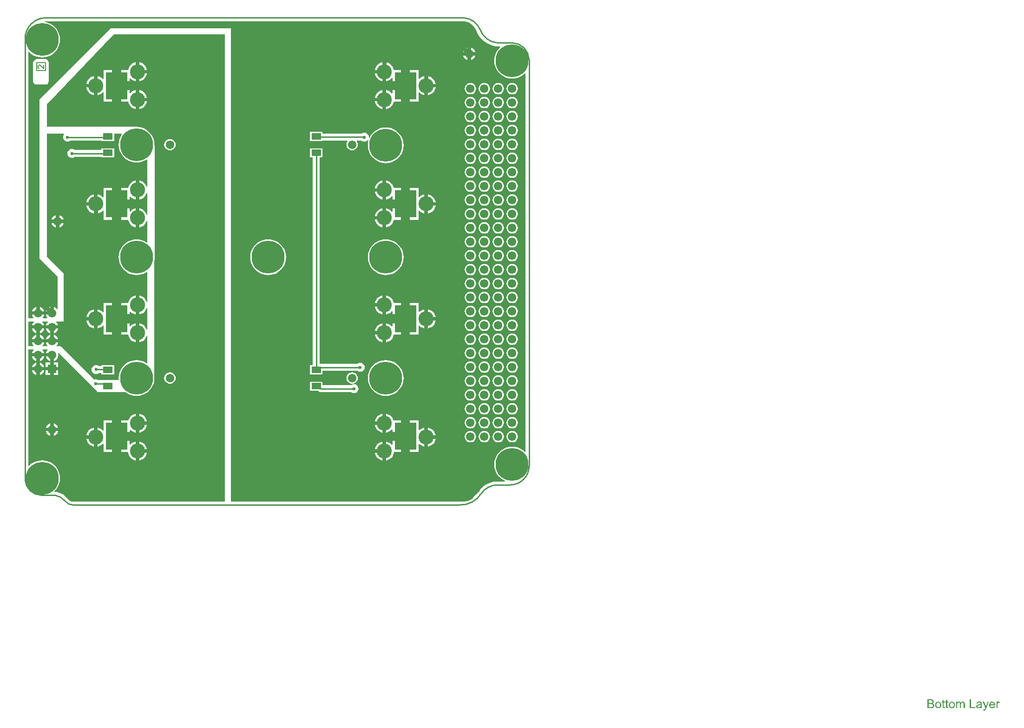
<source format=gbl>
G04*
G04 #@! TF.GenerationSoftware,Altium Limited,Altium Designer,18.1.7 (191)*
G04*
G04 Layer_Physical_Order=2*
G04 Layer_Color=16711680*
%FSLAX25Y25*%
%MOIN*%
G70*
G01*
G75*
%ADD10C,0.00787*%
%ADD12C,0.01000*%
%ADD26C,0.10827*%
%ADD27C,0.03000*%
%ADD28C,0.06102*%
%ADD29C,0.23622*%
%ADD30R,0.06102X0.06102*%
%ADD31C,0.02362*%
%ADD32R,0.07087X0.04528*%
%ADD33R,0.15748X0.19685*%
G36*
X28776Y267169D02*
X29022Y266669D01*
X28670Y266211D01*
X28350Y265437D01*
X28240Y264606D01*
X28350Y263776D01*
X28670Y263002D01*
X29180Y262337D01*
X29844Y261828D01*
X30618Y261507D01*
X31449Y261398D01*
X32279Y261507D01*
X33053Y261828D01*
X33352Y262057D01*
X55768D01*
Y261870D01*
X64854D01*
Y267169D01*
X70298Y267169D01*
X70469Y266669D01*
X69475Y265047D01*
X68703Y263184D01*
X68232Y261223D01*
X68074Y259213D01*
X68232Y257202D01*
X68703Y255241D01*
X69475Y253379D01*
X70528Y251659D01*
X71838Y250126D01*
X73371Y248816D01*
X75091Y247763D01*
X76954Y246991D01*
X78914Y246520D01*
X80925Y246362D01*
X82935Y246520D01*
X84896Y246991D01*
X86759Y247763D01*
X88201Y248646D01*
X88701Y248366D01*
Y228942D01*
X88201Y228868D01*
X88064Y229320D01*
X87422Y230521D01*
X86558Y231574D01*
X85505Y232437D01*
X84304Y233079D01*
X83001Y233475D01*
X82896Y233485D01*
Y226661D01*
Y219838D01*
X83001Y219848D01*
X84304Y220243D01*
X85505Y220885D01*
X86558Y221749D01*
X87422Y222802D01*
X88064Y224003D01*
X88201Y224455D01*
X88701Y224381D01*
Y208942D01*
X88201Y208868D01*
X88064Y209320D01*
X87422Y210521D01*
X86558Y211574D01*
X85505Y212438D01*
X84304Y213079D01*
X83001Y213475D01*
X82896Y213485D01*
Y206661D01*
Y199838D01*
X83001Y199848D01*
X84304Y200243D01*
X85505Y200885D01*
X86558Y201749D01*
X87422Y202802D01*
X88064Y204003D01*
X88201Y204455D01*
X88701Y204381D01*
Y189240D01*
X88201Y188960D01*
X86759Y189844D01*
X84896Y190615D01*
X82935Y191086D01*
X80925Y191244D01*
X78914Y191086D01*
X76954Y190615D01*
X75091Y189844D01*
X73371Y188790D01*
X71838Y187480D01*
X70528Y185947D01*
X69475Y184228D01*
X68703Y182365D01*
X68232Y180404D01*
X68074Y178394D01*
X68232Y176383D01*
X68703Y174423D01*
X69475Y172560D01*
X70528Y170840D01*
X71838Y169307D01*
X73371Y167997D01*
X75091Y166944D01*
X76954Y166172D01*
X78914Y165701D01*
X80925Y165543D01*
X82935Y165701D01*
X84896Y166172D01*
X86759Y166944D01*
X88201Y167827D01*
X88701Y167547D01*
Y146367D01*
X88201Y146293D01*
X88064Y146745D01*
X87422Y147946D01*
X86558Y148999D01*
X85505Y149863D01*
X84304Y150505D01*
X83001Y150900D01*
X82896Y150910D01*
Y144087D01*
Y137263D01*
X83001Y137273D01*
X84304Y137669D01*
X85505Y138311D01*
X86558Y139174D01*
X87422Y140227D01*
X88064Y141428D01*
X88201Y141880D01*
X88701Y141806D01*
Y126367D01*
X88201Y126293D01*
X88064Y126745D01*
X87422Y127946D01*
X86558Y128999D01*
X85505Y129863D01*
X84304Y130505D01*
X83001Y130900D01*
X82896Y130910D01*
Y124087D01*
Y117263D01*
X83001Y117273D01*
X84304Y117669D01*
X85505Y118310D01*
X86558Y119175D01*
X87422Y120227D01*
X88064Y121428D01*
X88201Y121880D01*
X88701Y121806D01*
Y102441D01*
X88201Y102161D01*
X86759Y103044D01*
X84896Y103816D01*
X82935Y104287D01*
X80925Y104445D01*
X78914Y104287D01*
X76954Y103816D01*
X75091Y103044D01*
X73371Y101991D01*
X71838Y100681D01*
X70528Y99148D01*
X69475Y97429D01*
X68703Y95565D01*
X68232Y93605D01*
X68074Y91594D01*
X68166Y90426D01*
X67827Y90059D01*
X58328D01*
X58240Y90077D01*
X53675D01*
X53376Y90306D01*
X52602Y90627D01*
X51772Y90736D01*
X50941Y90627D01*
X50506Y90447D01*
X26461Y114492D01*
X23591D01*
X23431Y114966D01*
X23478Y115002D01*
X24208Y115953D01*
X24641Y116998D01*
X20232D01*
X15824D01*
X16257Y115953D01*
X16986Y115002D01*
X17034Y114966D01*
X16873Y114492D01*
X13591D01*
X13431Y114966D01*
X13478Y115002D01*
X14208Y115953D01*
X14641Y116998D01*
X10232D01*
X5824D01*
X6257Y115953D01*
X6986Y115002D01*
X7034Y114966D01*
X6873Y114492D01*
X3403D01*
Y132268D01*
X7173Y132268D01*
X7343Y131768D01*
X6986Y131494D01*
X6257Y130543D01*
X5824Y129498D01*
X10232D01*
X14641D01*
X14208Y130543D01*
X13478Y131494D01*
X13122Y131768D01*
X13291Y132268D01*
X17173Y132268D01*
X17343Y131768D01*
X16986Y131494D01*
X16257Y130543D01*
X15824Y129498D01*
X20232D01*
X24641D01*
X24208Y130543D01*
X23478Y131494D01*
X23122Y131768D01*
X23291Y132268D01*
X28661Y132268D01*
X28661Y166768D01*
X16622Y178807D01*
X16622Y267169D01*
X28776D01*
D02*
G37*
G36*
X144205Y2853D02*
X36272D01*
X35859Y2853D01*
X35778Y2837D01*
X35284Y2851D01*
X34292Y2981D01*
X33059Y3492D01*
X32013Y4294D01*
X31891Y4478D01*
X29897Y6471D01*
X29641Y6728D01*
X29616Y6766D01*
X29537Y6818D01*
X29531Y6812D01*
X29437Y6875D01*
X28490Y7683D01*
X26981Y8608D01*
X25345Y9286D01*
X23624Y9699D01*
X22176Y9813D01*
X22013Y10231D01*
X22016Y10334D01*
X22252Y10535D01*
X23562Y12069D01*
X24615Y13788D01*
X25387Y15651D01*
X25858Y17612D01*
X26016Y19622D01*
X25858Y21632D01*
X25387Y23593D01*
X24615Y25456D01*
X23562Y27176D01*
X22252Y28709D01*
X20719Y30018D01*
X18999Y31072D01*
X17136Y31844D01*
X15176Y32315D01*
X13165Y32473D01*
X11155Y32315D01*
X9194Y31844D01*
X7331Y31072D01*
X5612Y30018D01*
X4079Y28709D01*
X3872Y28467D01*
X3403Y28640D01*
X3403Y112023D01*
X6899Y112023D01*
X7059Y111550D01*
X6986Y111494D01*
X6257Y110543D01*
X5824Y109498D01*
X10232D01*
X14641D01*
X14208Y110543D01*
X13478Y111494D01*
X13405Y111550D01*
X13566Y112024D01*
X16899Y112024D01*
X17060Y111550D01*
X16986Y111494D01*
X16257Y110543D01*
X15824Y109498D01*
X20232D01*
Y108248D01*
X21482D01*
Y103840D01*
X22527Y104273D01*
X23478Y105002D01*
X24208Y105953D01*
X24666Y107060D01*
X24823Y108248D01*
X24709Y109116D01*
X25182Y109350D01*
X53031Y81500D01*
X73018Y81500D01*
X73371Y81198D01*
X75091Y80145D01*
X76954Y79373D01*
X78914Y78902D01*
X80925Y78744D01*
X82935Y78902D01*
X84896Y79373D01*
X86759Y80145D01*
X88478Y81198D01*
X90012Y82508D01*
X91321Y84041D01*
X92375Y85760D01*
X93147Y87623D01*
X93617Y89584D01*
X93775Y91594D01*
X93735Y92113D01*
X93759Y92137D01*
X93825Y258930D01*
X93758Y258996D01*
X93775Y259213D01*
X93617Y261223D01*
X93147Y263184D01*
X92375Y265047D01*
X91321Y266766D01*
X90012Y268299D01*
X88478Y269609D01*
X86759Y270663D01*
X84896Y271434D01*
X82935Y271905D01*
X80925Y272063D01*
X80668Y272043D01*
X80628Y272083D01*
X16622Y272083D01*
X16621Y288269D01*
X64508Y338421D01*
X144205Y338421D01*
X144205Y2853D01*
D02*
G37*
G36*
X16426Y347930D02*
X314382D01*
X314477Y347949D01*
X314689Y347966D01*
X316366Y347834D01*
X318003Y347441D01*
X319557Y346797D01*
X320992Y345918D01*
X322272Y344825D01*
X323365Y343545D01*
X324244Y342110D01*
X324640Y341155D01*
X324786Y340782D01*
X324793Y340749D01*
X324809Y340725D01*
X324809Y340725D01*
X324880Y340619D01*
X325787Y338780D01*
X327106Y336805D01*
X328673Y335018D01*
X330459Y333452D01*
X332434Y332132D01*
X334565Y331082D01*
X336814Y330318D01*
X339144Y329854D01*
X341136Y329724D01*
X341515Y329699D01*
X341622Y329692D01*
X341731Y329612D01*
X341775Y328992D01*
X341346Y328626D01*
X340037Y327093D01*
X338983Y325373D01*
X338211Y323510D01*
X337741Y321550D01*
X337582Y319539D01*
X337741Y317529D01*
X338211Y315568D01*
X338983Y313705D01*
X340037Y311986D01*
X341346Y310453D01*
X342880Y309143D01*
X344599Y308089D01*
X346462Y307318D01*
X348423Y306847D01*
X350433Y306689D01*
X352443Y306847D01*
X354404Y307318D01*
X356267Y308089D01*
X357986Y309143D01*
X359520Y310453D01*
X359551Y310489D01*
X360020Y310316D01*
X360020Y38723D01*
X359717Y38611D01*
X359520Y38581D01*
X358022Y39861D01*
X356303Y40915D01*
X354440Y41686D01*
X352479Y42157D01*
X350468Y42315D01*
X348458Y42157D01*
X346497Y41686D01*
X344634Y40915D01*
X342915Y39861D01*
X341382Y38551D01*
X340072Y37018D01*
X339019Y35299D01*
X338247Y33436D01*
X337776Y31475D01*
X337618Y29465D01*
X337776Y27454D01*
X338247Y25493D01*
X339019Y23630D01*
X340072Y21911D01*
X341382Y20378D01*
X342915Y19068D01*
X344634Y18015D01*
X345164Y17795D01*
X345066Y17305D01*
X339709D01*
X339633Y17290D01*
X337381Y17113D01*
X335004Y16542D01*
X332746Y15607D01*
X330662Y14329D01*
X328803Y12742D01*
X327323Y11009D01*
X327315Y11003D01*
X327302Y10984D01*
X327216Y10883D01*
X327198Y10855D01*
X322312Y5440D01*
X321201Y4528D01*
X319442Y3588D01*
X317533Y3008D01*
X316129Y2870D01*
X315633Y2857D01*
D01*
X315133Y2853D01*
X149068D01*
X148715Y3207D01*
X148779Y342961D01*
X61252Y342961D01*
X11323Y293032D01*
X11323Y177520D01*
X24417Y164425D01*
X24417Y144220D01*
X24417Y141092D01*
X23917Y140922D01*
X23478Y141494D01*
X22527Y142224D01*
X21482Y142656D01*
Y138248D01*
X20232D01*
Y136998D01*
X15824D01*
X16257Y135953D01*
X16903Y135110D01*
X16741Y134610D01*
X13723D01*
X13561Y135110D01*
X14208Y135953D01*
X14641Y136998D01*
X10232D01*
X5824D01*
X6257Y135953D01*
X6903Y135110D01*
X6741Y134610D01*
X3403Y134610D01*
X3403Y325663D01*
X3872Y325836D01*
X4079Y325594D01*
X5612Y324285D01*
X7331Y323231D01*
X9194Y322459D01*
X11155Y321989D01*
X13165Y321831D01*
X15176Y321989D01*
X17136Y322459D01*
X18999Y323231D01*
X20719Y324285D01*
X22252Y325594D01*
X23562Y327128D01*
X24615Y328847D01*
X25387Y330710D01*
X25858Y332671D01*
X26016Y334681D01*
X25858Y336691D01*
X25387Y338652D01*
X24615Y340515D01*
X23562Y342234D01*
X22252Y343768D01*
X20719Y345077D01*
X18999Y346131D01*
X17136Y346903D01*
X15176Y347374D01*
X14965Y347390D01*
Y347892D01*
X16150Y347985D01*
X16426Y347930D01*
D02*
G37*
G36*
X699673Y-140876D02*
X699773Y-140894D01*
X699892Y-140930D01*
X700019Y-140976D01*
X700165Y-141040D01*
X700320Y-141122D01*
X700037Y-141832D01*
X700028Y-141823D01*
X699992Y-141805D01*
X699937Y-141778D01*
X699864Y-141750D01*
X699782Y-141723D01*
X699682Y-141695D01*
X699582Y-141677D01*
X699482Y-141668D01*
X699436D01*
X699391Y-141677D01*
X699327Y-141686D01*
X699263Y-141705D01*
X699181Y-141732D01*
X699099Y-141768D01*
X699026Y-141823D01*
X699017Y-141832D01*
X698990Y-141850D01*
X698962Y-141887D01*
X698917Y-141932D01*
X698871Y-141996D01*
X698826Y-142069D01*
X698780Y-142151D01*
X698744Y-142251D01*
X698735Y-142269D01*
X698726Y-142324D01*
X698707Y-142406D01*
X698680Y-142515D01*
X698653Y-142652D01*
X698634Y-142807D01*
X698625Y-142971D01*
X698616Y-143153D01*
Y-145540D01*
X697842D01*
Y-140967D01*
X698543D01*
Y-141659D01*
X698553Y-141650D01*
X698589Y-141586D01*
X698634Y-141504D01*
X698707Y-141404D01*
X698780Y-141304D01*
X698862Y-141194D01*
X698944Y-141103D01*
X699026Y-141031D01*
X699035Y-141021D01*
X699063Y-141003D01*
X699117Y-140976D01*
X699172Y-140948D01*
X699245Y-140921D01*
X699336Y-140894D01*
X699427Y-140876D01*
X699527Y-140866D01*
X699591D01*
X699673Y-140876D01*
D02*
G37*
G36*
X673837D02*
X673901D01*
X673965Y-140885D01*
X674120Y-140912D01*
X674284Y-140958D01*
X674457Y-141031D01*
X674630Y-141122D01*
X674775Y-141249D01*
X674794Y-141267D01*
X674830Y-141322D01*
X674894Y-141404D01*
X674921Y-141468D01*
X674958Y-141532D01*
X674994Y-141613D01*
X675021Y-141695D01*
X675058Y-141787D01*
X675085Y-141896D01*
X675103Y-142005D01*
X675122Y-142133D01*
X675140Y-142260D01*
Y-142406D01*
Y-145540D01*
X674365D01*
Y-142670D01*
Y-142661D01*
Y-142652D01*
Y-142597D01*
Y-142515D01*
X674356Y-142415D01*
X674347Y-142306D01*
X674338Y-142197D01*
X674320Y-142087D01*
X674293Y-142005D01*
Y-141996D01*
X674274Y-141969D01*
X674256Y-141932D01*
X674229Y-141887D01*
X674192Y-141832D01*
X674147Y-141778D01*
X674092Y-141723D01*
X674019Y-141668D01*
X674010Y-141659D01*
X673983Y-141650D01*
X673946Y-141632D01*
X673883Y-141604D01*
X673819Y-141577D01*
X673737Y-141559D01*
X673655Y-141550D01*
X673555Y-141541D01*
X673509D01*
X673473Y-141550D01*
X673382Y-141559D01*
X673272Y-141577D01*
X673145Y-141623D01*
X673008Y-141677D01*
X672871Y-141759D01*
X672744Y-141869D01*
X672735Y-141887D01*
X672698Y-141932D01*
X672644Y-142005D01*
X672589Y-142115D01*
X672525Y-142260D01*
X672480Y-142433D01*
X672443Y-142643D01*
X672425Y-142889D01*
Y-145540D01*
X671651D01*
Y-142579D01*
Y-142570D01*
Y-142552D01*
Y-142534D01*
Y-142497D01*
X671642Y-142397D01*
X671623Y-142288D01*
X671605Y-142160D01*
X671569Y-142033D01*
X671523Y-141914D01*
X671459Y-141805D01*
X671450Y-141796D01*
X671423Y-141759D01*
X671377Y-141723D01*
X671314Y-141668D01*
X671232Y-141623D01*
X671122Y-141577D01*
X670995Y-141550D01*
X670840Y-141541D01*
X670785D01*
X670721Y-141550D01*
X670649Y-141559D01*
X670557Y-141586D01*
X670448Y-141613D01*
X670348Y-141659D01*
X670239Y-141714D01*
X670229Y-141723D01*
X670193Y-141750D01*
X670148Y-141787D01*
X670084Y-141841D01*
X670020Y-141914D01*
X669956Y-142005D01*
X669892Y-142105D01*
X669838Y-142224D01*
X669829Y-142242D01*
X669820Y-142288D01*
X669801Y-142360D01*
X669774Y-142461D01*
X669747Y-142597D01*
X669729Y-142761D01*
X669719Y-142953D01*
X669710Y-143171D01*
Y-145540D01*
X668936D01*
Y-140967D01*
X669628D01*
Y-141623D01*
X669637Y-141604D01*
X669665Y-141568D01*
X669719Y-141504D01*
X669783Y-141431D01*
X669865Y-141340D01*
X669965Y-141249D01*
X670075Y-141158D01*
X670202Y-141076D01*
X670220Y-141067D01*
X670266Y-141040D01*
X670339Y-141012D01*
X670439Y-140967D01*
X670557Y-140930D01*
X670694Y-140903D01*
X670849Y-140876D01*
X671013Y-140866D01*
X671095D01*
X671195Y-140876D01*
X671305Y-140894D01*
X671441Y-140921D01*
X671578Y-140958D01*
X671714Y-141012D01*
X671842Y-141085D01*
X671860Y-141094D01*
X671897Y-141122D01*
X671951Y-141167D01*
X672024Y-141240D01*
X672097Y-141322D01*
X672179Y-141422D01*
X672252Y-141541D01*
X672307Y-141677D01*
X672316Y-141668D01*
X672334Y-141641D01*
X672361Y-141604D01*
X672407Y-141550D01*
X672462Y-141486D01*
X672525Y-141422D01*
X672598Y-141349D01*
X672689Y-141267D01*
X672789Y-141194D01*
X672890Y-141122D01*
X673008Y-141058D01*
X673136Y-140994D01*
X673272Y-140939D01*
X673418Y-140903D01*
X673564Y-140876D01*
X673728Y-140866D01*
X673792D01*
X673837Y-140876D01*
D02*
G37*
G36*
X690545Y-145613D02*
Y-145622D01*
X690536Y-145649D01*
X690518Y-145686D01*
X690499Y-145731D01*
X690472Y-145795D01*
X690445Y-145868D01*
X690381Y-146023D01*
X690317Y-146196D01*
X690244Y-146369D01*
X690171Y-146524D01*
X690135Y-146588D01*
X690107Y-146651D01*
X690098Y-146670D01*
X690071Y-146715D01*
X690026Y-146779D01*
X689971Y-146861D01*
X689898Y-146952D01*
X689816Y-147043D01*
X689734Y-147134D01*
X689634Y-147207D01*
X689625Y-147216D01*
X689588Y-147234D01*
X689534Y-147262D01*
X689452Y-147298D01*
X689361Y-147335D01*
X689251Y-147362D01*
X689133Y-147380D01*
X688996Y-147389D01*
X688960D01*
X688914Y-147380D01*
X688850D01*
X688777Y-147362D01*
X688695Y-147344D01*
X688604Y-147326D01*
X688504Y-147289D01*
X688422Y-146569D01*
X688431D01*
X688468Y-146579D01*
X688513Y-146588D01*
X688568Y-146606D01*
X688714Y-146633D01*
X688860Y-146642D01*
X688905D01*
X688951Y-146633D01*
X689005D01*
X689142Y-146606D01*
X689206Y-146579D01*
X689269Y-146551D01*
X689279D01*
X689297Y-146533D01*
X689324Y-146515D01*
X689361Y-146487D01*
X689442Y-146414D01*
X689515Y-146314D01*
Y-146305D01*
X689534Y-146287D01*
X689552Y-146250D01*
X689570Y-146196D01*
X689607Y-146123D01*
X689643Y-146014D01*
X689698Y-145886D01*
X689752Y-145731D01*
Y-145722D01*
X689771Y-145686D01*
X689789Y-145622D01*
X689825Y-145540D01*
X688094Y-140967D01*
X688914D01*
X689871Y-143618D01*
Y-143627D01*
X689880Y-143636D01*
X689889Y-143663D01*
X689898Y-143709D01*
X689916Y-143754D01*
X689934Y-143809D01*
X689980Y-143937D01*
X690035Y-144091D01*
X690089Y-144274D01*
X690144Y-144465D01*
X690199Y-144675D01*
Y-144665D01*
X690208Y-144647D01*
X690217Y-144620D01*
X690226Y-144583D01*
X690235Y-144538D01*
X690253Y-144483D01*
X690290Y-144346D01*
X690335Y-144192D01*
X690399Y-144009D01*
X690454Y-143827D01*
X690527Y-143636D01*
X691510Y-140967D01*
X692285D01*
X690545Y-145613D01*
D02*
G37*
G36*
X685771Y-140876D02*
X685908Y-140885D01*
X686063Y-140903D01*
X686218Y-140930D01*
X686372Y-140967D01*
X686518Y-141012D01*
X686536Y-141021D01*
X686582Y-141040D01*
X686646Y-141067D01*
X686728Y-141103D01*
X686819Y-141158D01*
X686910Y-141213D01*
X686992Y-141286D01*
X687065Y-141358D01*
X687074Y-141367D01*
X687092Y-141395D01*
X687119Y-141440D01*
X687156Y-141495D01*
X687201Y-141577D01*
X687238Y-141659D01*
X687274Y-141759D01*
X687302Y-141878D01*
Y-141887D01*
X687311Y-141914D01*
X687320Y-141969D01*
X687329Y-142042D01*
Y-142142D01*
X687338Y-142260D01*
X687347Y-142415D01*
Y-142588D01*
Y-143627D01*
Y-143636D01*
Y-143672D01*
Y-143727D01*
Y-143800D01*
Y-143882D01*
Y-143982D01*
X687356Y-144201D01*
Y-144429D01*
X687365Y-144656D01*
X687374Y-144756D01*
Y-144848D01*
X687384Y-144930D01*
X687393Y-144993D01*
Y-145002D01*
X687402Y-145039D01*
X687411Y-145094D01*
X687438Y-145166D01*
X687457Y-145248D01*
X687493Y-145340D01*
X687538Y-145440D01*
X687584Y-145540D01*
X686773D01*
X686764Y-145531D01*
X686755Y-145494D01*
X686737Y-145449D01*
X686709Y-145376D01*
X686682Y-145294D01*
X686664Y-145194D01*
X686646Y-145084D01*
X686627Y-144966D01*
X686618D01*
X686609Y-144984D01*
X686555Y-145030D01*
X686473Y-145094D01*
X686363Y-145176D01*
X686227Y-145257D01*
X686090Y-145349D01*
X685944Y-145431D01*
X685789Y-145494D01*
X685771Y-145503D01*
X685716Y-145513D01*
X685635Y-145540D01*
X685534Y-145567D01*
X685407Y-145595D01*
X685261Y-145613D01*
X685097Y-145631D01*
X684933Y-145640D01*
X684860D01*
X684805Y-145631D01*
X684742D01*
X684669Y-145622D01*
X684505Y-145595D01*
X684323Y-145549D01*
X684122Y-145485D01*
X683940Y-145394D01*
X683776Y-145276D01*
X683758Y-145257D01*
X683712Y-145212D01*
X683648Y-145130D01*
X683576Y-145021D01*
X683503Y-144884D01*
X683439Y-144729D01*
X683393Y-144538D01*
X683384Y-144447D01*
X683375Y-144337D01*
Y-144319D01*
Y-144283D01*
X683384Y-144219D01*
X683393Y-144137D01*
X683412Y-144037D01*
X683439Y-143937D01*
X683475Y-143827D01*
X683521Y-143727D01*
X683530Y-143718D01*
X683548Y-143682D01*
X683585Y-143627D01*
X683630Y-143563D01*
X683685Y-143490D01*
X683758Y-143417D01*
X683831Y-143344D01*
X683922Y-143281D01*
X683931Y-143272D01*
X683967Y-143253D01*
X684013Y-143217D01*
X684086Y-143180D01*
X684168Y-143144D01*
X684268Y-143098D01*
X684368Y-143062D01*
X684487Y-143026D01*
X684496D01*
X684532Y-143017D01*
X684587Y-142998D01*
X684660Y-142989D01*
X684751Y-142971D01*
X684869Y-142953D01*
X685006Y-142925D01*
X685170Y-142907D01*
X685179D01*
X685216Y-142898D01*
X685261D01*
X685325Y-142889D01*
X685398Y-142880D01*
X685489Y-142862D01*
X685589Y-142852D01*
X685698Y-142834D01*
X685917Y-142789D01*
X686154Y-142743D01*
X686363Y-142689D01*
X686463Y-142661D01*
X686555Y-142634D01*
Y-142625D01*
Y-142606D01*
X686564Y-142552D01*
Y-142488D01*
Y-142452D01*
Y-142433D01*
Y-142424D01*
Y-142415D01*
Y-142360D01*
X686555Y-142269D01*
X686536Y-142169D01*
X686509Y-142060D01*
X686463Y-141951D01*
X686409Y-141850D01*
X686336Y-141768D01*
X686327Y-141759D01*
X686281Y-141723D01*
X686208Y-141686D01*
X686117Y-141632D01*
X685990Y-141586D01*
X685844Y-141541D01*
X685662Y-141513D01*
X685452Y-141504D01*
X685361D01*
X685270Y-141513D01*
X685143Y-141532D01*
X685015Y-141550D01*
X684878Y-141586D01*
X684751Y-141632D01*
X684642Y-141695D01*
X684632Y-141705D01*
X684596Y-141732D01*
X684550Y-141778D01*
X684496Y-141850D01*
X684441Y-141941D01*
X684377Y-142060D01*
X684323Y-142206D01*
X684268Y-142370D01*
X683512Y-142269D01*
Y-142260D01*
X683521Y-142251D01*
Y-142224D01*
X683530Y-142187D01*
X683557Y-142105D01*
X683594Y-141987D01*
X683639Y-141869D01*
X683694Y-141741D01*
X683767Y-141613D01*
X683849Y-141495D01*
X683858Y-141486D01*
X683894Y-141449D01*
X683949Y-141395D01*
X684022Y-141322D01*
X684122Y-141249D01*
X684241Y-141176D01*
X684377Y-141094D01*
X684532Y-141031D01*
X684541D01*
X684550Y-141021D01*
X684578Y-141012D01*
X684614Y-141003D01*
X684705Y-140976D01*
X684833Y-140948D01*
X684979Y-140921D01*
X685161Y-140894D01*
X685352Y-140876D01*
X685571Y-140866D01*
X685671D01*
X685771Y-140876D01*
D02*
G37*
G36*
X679640Y-144793D02*
X682747D01*
Y-145540D01*
X678802D01*
Y-139236D01*
X679640D01*
Y-144793D01*
D02*
G37*
G36*
X650971Y-139245D02*
X651044D01*
X651208Y-139263D01*
X651390Y-139281D01*
X651581Y-139318D01*
X651773Y-139363D01*
X651946Y-139427D01*
X651955D01*
X651964Y-139436D01*
X652019Y-139464D01*
X652101Y-139509D01*
X652192Y-139573D01*
X652301Y-139655D01*
X652420Y-139755D01*
X652529Y-139883D01*
X652629Y-140019D01*
X652638Y-140038D01*
X652665Y-140092D01*
X652711Y-140165D01*
X652757Y-140274D01*
X652802Y-140402D01*
X652848Y-140539D01*
X652875Y-140693D01*
X652884Y-140848D01*
Y-140866D01*
Y-140912D01*
X652875Y-140994D01*
X652857Y-141094D01*
X652829Y-141213D01*
X652784Y-141340D01*
X652729Y-141468D01*
X652656Y-141604D01*
X652647Y-141623D01*
X652620Y-141659D01*
X652565Y-141732D01*
X652492Y-141805D01*
X652401Y-141896D01*
X652292Y-141996D01*
X652155Y-142087D01*
X652000Y-142178D01*
X652009D01*
X652028Y-142187D01*
X652055Y-142197D01*
X652092Y-142215D01*
X652201Y-142251D01*
X652328Y-142315D01*
X652465Y-142397D01*
X652620Y-142497D01*
X652757Y-142616D01*
X652884Y-142761D01*
X652893Y-142780D01*
X652930Y-142834D01*
X652984Y-142916D01*
X653039Y-143026D01*
X653094Y-143171D01*
X653148Y-143326D01*
X653185Y-143508D01*
X653194Y-143709D01*
Y-143718D01*
Y-143727D01*
Y-143782D01*
X653185Y-143873D01*
X653166Y-143982D01*
X653148Y-144110D01*
X653112Y-144246D01*
X653066Y-144392D01*
X653003Y-144538D01*
X652993Y-144556D01*
X652966Y-144602D01*
X652930Y-144665D01*
X652875Y-144756D01*
X652802Y-144848D01*
X652729Y-144948D01*
X652638Y-145048D01*
X652538Y-145130D01*
X652529Y-145139D01*
X652492Y-145166D01*
X652429Y-145203D01*
X652347Y-145239D01*
X652246Y-145294D01*
X652128Y-145349D01*
X652000Y-145394D01*
X651846Y-145440D01*
X651827D01*
X651773Y-145458D01*
X651682Y-145467D01*
X651563Y-145485D01*
X651417Y-145503D01*
X651244Y-145522D01*
X651053Y-145531D01*
X650834Y-145540D01*
X648429D01*
Y-139236D01*
X650907D01*
X650971Y-139245D01*
D02*
G37*
G36*
X662495Y-140967D02*
X663279D01*
Y-141568D01*
X662495D01*
Y-144255D01*
Y-144274D01*
Y-144310D01*
Y-144365D01*
X662504Y-144429D01*
X662513Y-144574D01*
X662523Y-144638D01*
X662532Y-144684D01*
X662541Y-144702D01*
X662568Y-144738D01*
X662604Y-144784D01*
X662668Y-144829D01*
X662686Y-144838D01*
X662732Y-144857D01*
X662814Y-144875D01*
X662932Y-144884D01*
X663024D01*
X663069Y-144875D01*
X663133D01*
X663206Y-144866D01*
X663279Y-144857D01*
X663379Y-145540D01*
X663361D01*
X663324Y-145549D01*
X663260Y-145558D01*
X663178Y-145567D01*
X663087Y-145586D01*
X662987Y-145595D01*
X662787Y-145604D01*
X662714D01*
X662641Y-145595D01*
X662550Y-145586D01*
X662440Y-145576D01*
X662331Y-145549D01*
X662231Y-145522D01*
X662131Y-145476D01*
X662122Y-145467D01*
X662094Y-145449D01*
X662058Y-145422D01*
X662003Y-145376D01*
X661958Y-145330D01*
X661903Y-145267D01*
X661848Y-145203D01*
X661812Y-145121D01*
Y-145112D01*
X661794Y-145075D01*
X661785Y-145011D01*
X661766Y-144920D01*
X661748Y-144802D01*
X661739Y-144729D01*
Y-144647D01*
X661730Y-144547D01*
X661721Y-144447D01*
Y-144337D01*
Y-144210D01*
Y-141568D01*
X661147D01*
Y-140967D01*
X661721D01*
Y-139837D01*
X662495Y-139373D01*
Y-140967D01*
D02*
G37*
G36*
X660044D02*
X660828D01*
Y-141568D01*
X660044D01*
Y-144255D01*
Y-144274D01*
Y-144310D01*
Y-144365D01*
X660054Y-144429D01*
X660063Y-144574D01*
X660072Y-144638D01*
X660081Y-144684D01*
X660090Y-144702D01*
X660117Y-144738D01*
X660154Y-144784D01*
X660218Y-144829D01*
X660236Y-144838D01*
X660281Y-144857D01*
X660363Y-144875D01*
X660482Y-144884D01*
X660573D01*
X660618Y-144875D01*
X660682D01*
X660755Y-144866D01*
X660828Y-144857D01*
X660928Y-145540D01*
X660910D01*
X660874Y-145549D01*
X660810Y-145558D01*
X660728Y-145567D01*
X660637Y-145586D01*
X660536Y-145595D01*
X660336Y-145604D01*
X660263D01*
X660190Y-145595D01*
X660099Y-145586D01*
X659990Y-145576D01*
X659881Y-145549D01*
X659780Y-145522D01*
X659680Y-145476D01*
X659671Y-145467D01*
X659644Y-145449D01*
X659607Y-145422D01*
X659553Y-145376D01*
X659507Y-145330D01*
X659452Y-145267D01*
X659398Y-145203D01*
X659361Y-145121D01*
Y-145112D01*
X659343Y-145075D01*
X659334Y-145011D01*
X659316Y-144920D01*
X659298Y-144802D01*
X659288Y-144729D01*
Y-144647D01*
X659279Y-144547D01*
X659270Y-144447D01*
Y-144337D01*
Y-144210D01*
Y-141568D01*
X658696D01*
Y-140967D01*
X659270D01*
Y-139837D01*
X660044Y-139373D01*
Y-140967D01*
D02*
G37*
G36*
X694972Y-140876D02*
X695045Y-140885D01*
X695136Y-140903D01*
X695236Y-140921D01*
X695355Y-140948D01*
X695464Y-140976D01*
X695592Y-141021D01*
X695710Y-141067D01*
X695838Y-141131D01*
X695965Y-141204D01*
X696093Y-141286D01*
X696211Y-141386D01*
X696321Y-141495D01*
X696330Y-141504D01*
X696348Y-141522D01*
X696375Y-141559D01*
X696412Y-141613D01*
X696457Y-141677D01*
X696503Y-141750D01*
X696557Y-141841D01*
X696612Y-141951D01*
X696667Y-142069D01*
X696721Y-142197D01*
X696767Y-142342D01*
X696812Y-142497D01*
X696849Y-142670D01*
X696876Y-142852D01*
X696895Y-143044D01*
X696904Y-143253D01*
Y-143262D01*
Y-143299D01*
Y-143363D01*
X696895Y-143454D01*
X693478D01*
Y-143463D01*
Y-143490D01*
X693487Y-143527D01*
Y-143581D01*
X693497Y-143645D01*
X693515Y-143718D01*
X693542Y-143882D01*
X693597Y-144064D01*
X693670Y-144264D01*
X693770Y-144447D01*
X693897Y-144611D01*
X693906D01*
X693916Y-144629D01*
X693970Y-144675D01*
X694052Y-144738D01*
X694162Y-144802D01*
X694307Y-144875D01*
X694471Y-144939D01*
X694653Y-144984D01*
X694754Y-144993D01*
X694863Y-145002D01*
X694936D01*
X695018Y-144993D01*
X695118Y-144975D01*
X695227Y-144948D01*
X695355Y-144911D01*
X695473Y-144857D01*
X695592Y-144784D01*
X695601Y-144775D01*
X695646Y-144738D01*
X695701Y-144684D01*
X695765Y-144611D01*
X695838Y-144510D01*
X695920Y-144383D01*
X696002Y-144237D01*
X696075Y-144064D01*
X696876Y-144164D01*
Y-144173D01*
X696867Y-144192D01*
X696858Y-144228D01*
X696840Y-144283D01*
X696812Y-144337D01*
X696785Y-144410D01*
X696712Y-144565D01*
X696621Y-144738D01*
X696494Y-144920D01*
X696348Y-145094D01*
X696166Y-145257D01*
X696157D01*
X696138Y-145276D01*
X696111Y-145294D01*
X696075Y-145321D01*
X696020Y-145349D01*
X695965Y-145376D01*
X695892Y-145412D01*
X695810Y-145449D01*
X695719Y-145485D01*
X695628Y-145522D01*
X695400Y-145576D01*
X695145Y-145622D01*
X694863Y-145640D01*
X694763D01*
X694699Y-145631D01*
X694617Y-145622D01*
X694517Y-145604D01*
X694407Y-145586D01*
X694289Y-145567D01*
X694034Y-145494D01*
X693897Y-145440D01*
X693770Y-145385D01*
X693633Y-145312D01*
X693506Y-145230D01*
X693387Y-145139D01*
X693269Y-145030D01*
X693260Y-145021D01*
X693241Y-145002D01*
X693214Y-144966D01*
X693178Y-144911D01*
X693132Y-144848D01*
X693086Y-144775D01*
X693032Y-144684D01*
X692977Y-144583D01*
X692922Y-144465D01*
X692868Y-144337D01*
X692822Y-144192D01*
X692777Y-144037D01*
X692740Y-143873D01*
X692713Y-143691D01*
X692695Y-143499D01*
X692686Y-143299D01*
Y-143290D01*
Y-143244D01*
Y-143190D01*
X692695Y-143107D01*
X692704Y-143007D01*
X692713Y-142898D01*
X692731Y-142771D01*
X692759Y-142643D01*
X692831Y-142351D01*
X692877Y-142206D01*
X692932Y-142051D01*
X693005Y-141905D01*
X693086Y-141768D01*
X693178Y-141632D01*
X693278Y-141504D01*
X693287Y-141495D01*
X693305Y-141477D01*
X693342Y-141449D01*
X693387Y-141404D01*
X693442Y-141358D01*
X693515Y-141304D01*
X693597Y-141240D01*
X693697Y-141185D01*
X693797Y-141122D01*
X693916Y-141067D01*
X694043Y-141012D01*
X694180Y-140967D01*
X694325Y-140921D01*
X694480Y-140894D01*
X694644Y-140876D01*
X694817Y-140866D01*
X694909D01*
X694972Y-140876D01*
D02*
G37*
G36*
X666048D02*
X666130Y-140885D01*
X666221Y-140903D01*
X666321Y-140921D01*
X666440Y-140939D01*
X666686Y-141021D01*
X666813Y-141067D01*
X666941Y-141131D01*
X667068Y-141194D01*
X667196Y-141286D01*
X667314Y-141377D01*
X667433Y-141486D01*
X667442Y-141495D01*
X667460Y-141513D01*
X667487Y-141550D01*
X667524Y-141595D01*
X667569Y-141659D01*
X667624Y-141741D01*
X667679Y-141832D01*
X667733Y-141932D01*
X667788Y-142042D01*
X667843Y-142178D01*
X667897Y-142315D01*
X667943Y-142470D01*
X667979Y-142634D01*
X668007Y-142807D01*
X668025Y-142989D01*
X668034Y-143190D01*
Y-143199D01*
Y-143226D01*
Y-143272D01*
Y-143335D01*
X668025Y-143408D01*
X668016Y-143499D01*
Y-143590D01*
X667998Y-143691D01*
X667970Y-143918D01*
X667916Y-144146D01*
X667852Y-144374D01*
X667761Y-144583D01*
Y-144592D01*
X667752Y-144602D01*
X667733Y-144629D01*
X667715Y-144665D01*
X667651Y-144756D01*
X667569Y-144866D01*
X667460Y-144993D01*
X667323Y-145121D01*
X667169Y-145248D01*
X666986Y-145367D01*
X666977D01*
X666968Y-145376D01*
X666941Y-145394D01*
X666895Y-145412D01*
X666850Y-145431D01*
X666795Y-145449D01*
X666658Y-145503D01*
X666503Y-145549D01*
X666312Y-145595D01*
X666112Y-145631D01*
X665893Y-145640D01*
X665802D01*
X665729Y-145631D01*
X665647Y-145622D01*
X665556Y-145604D01*
X665447Y-145586D01*
X665337Y-145567D01*
X665092Y-145494D01*
X664955Y-145440D01*
X664827Y-145385D01*
X664700Y-145312D01*
X664572Y-145230D01*
X664454Y-145139D01*
X664335Y-145030D01*
X664326Y-145021D01*
X664308Y-145002D01*
X664281Y-144966D01*
X664244Y-144911D01*
X664199Y-144848D01*
X664153Y-144775D01*
X664099Y-144684D01*
X664044Y-144574D01*
X663989Y-144456D01*
X663935Y-144319D01*
X663889Y-144173D01*
X663843Y-144019D01*
X663807Y-143845D01*
X663780Y-143663D01*
X663761Y-143463D01*
X663752Y-143253D01*
Y-143235D01*
Y-143199D01*
X663761Y-143135D01*
Y-143044D01*
X663770Y-142944D01*
X663789Y-142816D01*
X663807Y-142689D01*
X663843Y-142543D01*
X663880Y-142397D01*
X663925Y-142242D01*
X663980Y-142078D01*
X664053Y-141923D01*
X664126Y-141778D01*
X664226Y-141632D01*
X664326Y-141495D01*
X664454Y-141377D01*
X664463Y-141367D01*
X664481Y-141358D01*
X664517Y-141331D01*
X664563Y-141295D01*
X664618Y-141258D01*
X664691Y-141213D01*
X664763Y-141167D01*
X664855Y-141122D01*
X664955Y-141076D01*
X665064Y-141031D01*
X665310Y-140948D01*
X665592Y-140885D01*
X665738Y-140876D01*
X665893Y-140866D01*
X665984D01*
X666048Y-140876D01*
D02*
G37*
G36*
X656246D02*
X656328Y-140885D01*
X656419Y-140903D01*
X656519Y-140921D01*
X656637Y-140939D01*
X656883Y-141021D01*
X657011Y-141067D01*
X657138Y-141131D01*
X657266Y-141194D01*
X657394Y-141286D01*
X657512Y-141377D01*
X657630Y-141486D01*
X657640Y-141495D01*
X657658Y-141513D01*
X657685Y-141550D01*
X657722Y-141595D01*
X657767Y-141659D01*
X657822Y-141741D01*
X657876Y-141832D01*
X657931Y-141932D01*
X657986Y-142042D01*
X658040Y-142178D01*
X658095Y-142315D01*
X658141Y-142470D01*
X658177Y-142634D01*
X658204Y-142807D01*
X658222Y-142989D01*
X658232Y-143190D01*
Y-143199D01*
Y-143226D01*
Y-143272D01*
Y-143335D01*
X658222Y-143408D01*
X658213Y-143499D01*
Y-143590D01*
X658195Y-143691D01*
X658168Y-143918D01*
X658113Y-144146D01*
X658049Y-144374D01*
X657958Y-144583D01*
Y-144592D01*
X657949Y-144602D01*
X657931Y-144629D01*
X657913Y-144665D01*
X657849Y-144756D01*
X657767Y-144866D01*
X657658Y-144993D01*
X657521Y-145121D01*
X657366Y-145248D01*
X657184Y-145367D01*
X657175D01*
X657166Y-145376D01*
X657138Y-145394D01*
X657093Y-145412D01*
X657047Y-145431D01*
X656993Y-145449D01*
X656856Y-145503D01*
X656701Y-145549D01*
X656510Y-145595D01*
X656309Y-145631D01*
X656091Y-145640D01*
X656000D01*
X655927Y-145631D01*
X655845Y-145622D01*
X655754Y-145604D01*
X655644Y-145586D01*
X655535Y-145567D01*
X655289Y-145494D01*
X655153Y-145440D01*
X655025Y-145385D01*
X654897Y-145312D01*
X654770Y-145230D01*
X654651Y-145139D01*
X654533Y-145030D01*
X654524Y-145021D01*
X654506Y-145002D01*
X654478Y-144966D01*
X654442Y-144911D01*
X654396Y-144848D01*
X654351Y-144775D01*
X654296Y-144684D01*
X654242Y-144574D01*
X654187Y-144456D01*
X654132Y-144319D01*
X654087Y-144173D01*
X654041Y-144019D01*
X654005Y-143845D01*
X653977Y-143663D01*
X653959Y-143463D01*
X653950Y-143253D01*
Y-143235D01*
Y-143199D01*
X653959Y-143135D01*
Y-143044D01*
X653968Y-142944D01*
X653986Y-142816D01*
X654005Y-142689D01*
X654041Y-142543D01*
X654077Y-142397D01*
X654123Y-142242D01*
X654178Y-142078D01*
X654251Y-141923D01*
X654323Y-141778D01*
X654424Y-141632D01*
X654524Y-141495D01*
X654651Y-141377D01*
X654661Y-141367D01*
X654679Y-141358D01*
X654715Y-141331D01*
X654761Y-141295D01*
X654815Y-141258D01*
X654888Y-141213D01*
X654961Y-141167D01*
X655052Y-141122D01*
X655153Y-141076D01*
X655262Y-141031D01*
X655508Y-140948D01*
X655790Y-140885D01*
X655936Y-140876D01*
X656091Y-140866D01*
X656182D01*
X656246Y-140876D01*
D02*
G37*
%LPC*%
G36*
X64854Y256587D02*
X55768D01*
Y255498D01*
X36467D01*
X36167Y255728D01*
X35393Y256048D01*
X34563Y256157D01*
X33733Y256048D01*
X32959Y255728D01*
X32294Y255218D01*
X31784Y254553D01*
X31464Y253779D01*
X31354Y252949D01*
X31464Y252118D01*
X31784Y251344D01*
X32294Y250680D01*
X32959Y250170D01*
X33733Y249850D01*
X34563Y249740D01*
X35393Y249850D01*
X36167Y250170D01*
X36467Y250400D01*
X55768D01*
Y250059D01*
X64854D01*
Y256587D01*
D02*
G37*
G36*
X63360Y228004D02*
X57236D01*
Y221489D01*
X56765Y221321D01*
X56558Y221574D01*
X55505Y222438D01*
X54304Y223079D01*
X53001Y223475D01*
X52896Y223485D01*
Y216661D01*
Y209838D01*
X53001Y209848D01*
X54304Y210243D01*
X55505Y210885D01*
X56558Y211749D01*
X56765Y212002D01*
X57236Y211834D01*
Y205319D01*
X63360D01*
Y216662D01*
Y228004D01*
D02*
G37*
G36*
X80396Y233485D02*
X80290Y233475D01*
X78987Y233079D01*
X77786Y232437D01*
X76733Y231574D01*
X75870Y230521D01*
X75228Y229320D01*
X74832Y228017D01*
X74831Y228004D01*
X69860D01*
Y219912D01*
X75984D01*
Y221920D01*
X76455Y222089D01*
X76733Y221749D01*
X77786Y220885D01*
X78987Y220243D01*
X80290Y219848D01*
X80396Y219838D01*
Y226661D01*
Y233485D01*
D02*
G37*
G36*
X50396Y223485D02*
X50290Y223475D01*
X48987Y223079D01*
X47786Y222438D01*
X46733Y221574D01*
X45870Y220521D01*
X45228Y219320D01*
X44832Y218017D01*
X44822Y217911D01*
X50396D01*
Y223485D01*
D02*
G37*
G36*
X80396Y213485D02*
X80290Y213475D01*
X78987Y213079D01*
X77786Y212438D01*
X76733Y211574D01*
X76455Y211234D01*
X75984Y211403D01*
Y213411D01*
X69860D01*
Y205319D01*
X74831D01*
X74832Y205306D01*
X75228Y204003D01*
X75870Y202802D01*
X76733Y201749D01*
X77786Y200885D01*
X78987Y200243D01*
X80290Y199848D01*
X80396Y199838D01*
Y206661D01*
Y213485D01*
D02*
G37*
G36*
X50396Y215411D02*
X44822D01*
X44832Y215306D01*
X45228Y214003D01*
X45870Y212802D01*
X46733Y211749D01*
X47786Y210885D01*
X48987Y210243D01*
X50290Y209848D01*
X50396Y209838D01*
Y215411D01*
D02*
G37*
G36*
X25530Y208613D02*
Y205455D01*
X28688D01*
X28255Y206500D01*
X27525Y207451D01*
X26575Y208180D01*
X25530Y208613D01*
D02*
G37*
G36*
X23030Y208613D02*
X21984Y208180D01*
X21034Y207451D01*
X20304Y206500D01*
X19871Y205455D01*
X23030D01*
Y208613D01*
D02*
G37*
G36*
Y202955D02*
X19871D01*
X20304Y201909D01*
X21034Y200959D01*
X21984Y200229D01*
X23030Y199796D01*
Y202955D01*
D02*
G37*
G36*
X28688D02*
X25530D01*
Y199796D01*
X26575Y200229D01*
X27525Y200959D01*
X28255Y201909D01*
X28688Y202955D01*
D02*
G37*
G36*
X63360Y145429D02*
X57236D01*
Y138914D01*
X56765Y138746D01*
X56558Y138999D01*
X55505Y139863D01*
X54304Y140505D01*
X53001Y140900D01*
X52896Y140910D01*
Y134087D01*
Y127263D01*
X53001Y127273D01*
X54304Y127669D01*
X55505Y128311D01*
X56558Y129174D01*
X56765Y129428D01*
X57236Y129259D01*
Y122744D01*
X63360D01*
Y134087D01*
Y145429D01*
D02*
G37*
G36*
X80396Y150910D02*
X80290Y150900D01*
X78987Y150505D01*
X77786Y149863D01*
X76733Y148999D01*
X75870Y147946D01*
X75228Y146745D01*
X74832Y145442D01*
X74831Y145429D01*
X69860D01*
Y137337D01*
X75984D01*
Y139345D01*
X76455Y139514D01*
X76733Y139174D01*
X77786Y138311D01*
X78987Y137669D01*
X80290Y137273D01*
X80396Y137263D01*
Y144087D01*
Y150910D01*
D02*
G37*
G36*
X50396Y140910D02*
X50290Y140900D01*
X48987Y140505D01*
X47786Y139863D01*
X46733Y138999D01*
X45870Y137946D01*
X45228Y136745D01*
X44832Y135442D01*
X44822Y135337D01*
X50396D01*
Y140910D01*
D02*
G37*
G36*
X80396Y130910D02*
X80290Y130900D01*
X78987Y130505D01*
X77786Y129863D01*
X76733Y128999D01*
X76455Y128659D01*
X75984Y128828D01*
Y130837D01*
X69860D01*
Y122744D01*
X74831D01*
X74832Y122731D01*
X75228Y121428D01*
X75870Y120227D01*
X76733Y119175D01*
X77786Y118310D01*
X78987Y117669D01*
X80290Y117273D01*
X80396Y117263D01*
Y124087D01*
Y130910D01*
D02*
G37*
G36*
X50396Y132837D02*
X44822D01*
X44832Y132731D01*
X45228Y131428D01*
X45870Y130227D01*
X46733Y129174D01*
X47786Y128311D01*
X48987Y127669D01*
X50290Y127273D01*
X50396Y127263D01*
Y132837D01*
D02*
G37*
G36*
X18982Y126998D02*
X15824D01*
X16257Y125953D01*
X16986Y125002D01*
X17937Y124273D01*
X18982Y123840D01*
Y126998D01*
D02*
G37*
G36*
X8982D02*
X5824D01*
X6257Y125953D01*
X6986Y125002D01*
X7937Y124273D01*
X8982Y123840D01*
Y126998D01*
D02*
G37*
G36*
X24641D02*
X21482D01*
Y123840D01*
X22527Y124273D01*
X23478Y125002D01*
X24208Y125953D01*
X24641Y126998D01*
D02*
G37*
G36*
X14641D02*
X11482D01*
Y123840D01*
X12528Y124273D01*
X13478Y125002D01*
X14208Y125953D01*
X14641Y126998D01*
D02*
G37*
G36*
X21482Y122656D02*
Y119498D01*
X24641D01*
X24208Y120543D01*
X23478Y121494D01*
X22527Y122223D01*
X21482Y122656D01*
D02*
G37*
G36*
X11482D02*
Y119498D01*
X14641D01*
X14208Y120543D01*
X13478Y121494D01*
X12528Y122223D01*
X11482Y122656D01*
D02*
G37*
G36*
X18982D02*
X17937Y122223D01*
X16986Y121494D01*
X16257Y120543D01*
X15824Y119498D01*
X18982D01*
Y122656D01*
D02*
G37*
G36*
X8982D02*
X7937Y122223D01*
X6986Y121494D01*
X6257Y120543D01*
X5824Y119498D01*
X8982D01*
Y122656D01*
D02*
G37*
G36*
X51894Y100894D02*
X51063Y100784D01*
X50289Y100464D01*
X49625Y99954D01*
X49115Y99289D01*
X48794Y98515D01*
X48685Y97685D01*
X48794Y96855D01*
X49115Y96081D01*
X49625Y95416D01*
X50289Y94906D01*
X51063Y94586D01*
X51894Y94476D01*
X52724Y94586D01*
X53498Y94906D01*
X53797Y95136D01*
X55768D01*
Y94252D01*
X64854D01*
Y100779D01*
X55768D01*
Y100234D01*
X53797D01*
X53498Y100464D01*
X52724Y100784D01*
X51894Y100894D01*
D02*
G37*
G36*
X82896Y318446D02*
Y312872D01*
X88469D01*
X88459Y312977D01*
X88064Y314281D01*
X87422Y315481D01*
X86558Y316534D01*
X85505Y317398D01*
X84304Y318040D01*
X83001Y318435D01*
X82896Y318446D01*
D02*
G37*
G36*
X63360Y312980D02*
X57236D01*
Y306450D01*
X56765Y306281D01*
X56558Y306534D01*
X55505Y307398D01*
X54304Y308040D01*
X53001Y308435D01*
X52896Y308446D01*
Y301622D01*
Y294798D01*
X53001Y294809D01*
X54304Y295204D01*
X55505Y295846D01*
X56558Y296710D01*
X56765Y296963D01*
X57236Y296795D01*
Y290295D01*
X63360D01*
Y301638D01*
Y312980D01*
D02*
G37*
G36*
X88469Y310372D02*
X82896D01*
Y304798D01*
X83001Y304809D01*
X84304Y305204D01*
X85505Y305846D01*
X86558Y306710D01*
X87422Y307763D01*
X88064Y308964D01*
X88459Y310267D01*
X88469Y310372D01*
D02*
G37*
G36*
X80396Y318446D02*
X80290Y318435D01*
X78987Y318040D01*
X77786Y317398D01*
X76733Y316534D01*
X75870Y315481D01*
X75228Y314281D01*
X74833Y312980D01*
X69860D01*
Y304888D01*
X75984D01*
Y306881D01*
X76455Y307049D01*
X76733Y306710D01*
X77786Y305846D01*
X78987Y305204D01*
X80290Y304809D01*
X80396Y304798D01*
Y311622D01*
Y318446D01*
D02*
G37*
G36*
X50396Y308446D02*
X50290Y308435D01*
X48987Y308040D01*
X47786Y307398D01*
X46733Y306534D01*
X45870Y305482D01*
X45228Y304280D01*
X44832Y302977D01*
X44822Y302872D01*
X50396D01*
Y308446D01*
D02*
G37*
G36*
X80396Y298446D02*
X80290Y298435D01*
X78987Y298040D01*
X77786Y297398D01*
X76733Y296534D01*
X76455Y296195D01*
X75984Y296363D01*
Y298388D01*
X69860D01*
Y290295D01*
X74830D01*
X74832Y290267D01*
X75228Y288964D01*
X75870Y287763D01*
X76733Y286710D01*
X77786Y285846D01*
X78987Y285204D01*
X80290Y284809D01*
X80396Y284798D01*
Y291622D01*
Y298446D01*
D02*
G37*
G36*
X50396Y300372D02*
X44822D01*
X44832Y300267D01*
X45228Y298964D01*
X45870Y297763D01*
X46733Y296710D01*
X47786Y295846D01*
X48987Y295204D01*
X50290Y294809D01*
X50396Y294798D01*
Y300372D01*
D02*
G37*
G36*
X82896Y298446D02*
Y292872D01*
X88469D01*
X88459Y292977D01*
X88064Y294281D01*
X87422Y295481D01*
X86558Y296534D01*
X85505Y297398D01*
X84304Y298040D01*
X83001Y298435D01*
X82896Y298446D01*
D02*
G37*
G36*
X88469Y290372D02*
X82896D01*
Y284798D01*
X83001Y284809D01*
X84304Y285204D01*
X85505Y285846D01*
X86558Y286710D01*
X87422Y287763D01*
X88064Y288964D01*
X88459Y290267D01*
X88469Y290372D01*
D02*
G37*
G36*
X104876Y263299D02*
X103818Y263159D01*
X102833Y262751D01*
X101987Y262102D01*
X101337Y261256D01*
X100929Y260270D01*
X100790Y259213D01*
X100929Y258155D01*
X101337Y257170D01*
X101987Y256323D01*
X102833Y255674D01*
X103818Y255266D01*
X104876Y255127D01*
X105933Y255266D01*
X106919Y255674D01*
X107765Y256323D01*
X108415Y257170D01*
X108823Y258155D01*
X108962Y259213D01*
X108823Y260270D01*
X108415Y261256D01*
X107765Y262102D01*
X106919Y262751D01*
X105933Y263159D01*
X104876Y263299D01*
D02*
G37*
G36*
X18982Y106998D02*
X15824D01*
X16257Y105953D01*
X16986Y105002D01*
X17937Y104273D01*
X18982Y103840D01*
Y106998D01*
D02*
G37*
G36*
X8982D02*
X5824D01*
X6257Y105953D01*
X6986Y105002D01*
X7937Y104273D01*
X8982Y103840D01*
Y106998D01*
D02*
G37*
G36*
X14641D02*
X11482D01*
Y103840D01*
X12528Y104273D01*
X13478Y105002D01*
X14208Y105953D01*
X14641Y106998D01*
D02*
G37*
G36*
X24783Y102799D02*
X21482D01*
Y99498D01*
X24783D01*
Y102799D01*
D02*
G37*
G36*
X11482Y102656D02*
Y99498D01*
X14641D01*
X14208Y100543D01*
X13478Y101494D01*
X12528Y102224D01*
X11482Y102656D01*
D02*
G37*
G36*
X8982D02*
X7937Y102224D01*
X6986Y101494D01*
X6257Y100543D01*
X5824Y99498D01*
X8982D01*
Y102656D01*
D02*
G37*
G36*
X18982Y102799D02*
X15681D01*
Y99498D01*
X18982D01*
Y102799D01*
D02*
G37*
G36*
X8982Y96998D02*
X5824D01*
X6257Y95953D01*
X6986Y95002D01*
X7937Y94273D01*
X8982Y93840D01*
Y96998D01*
D02*
G37*
G36*
X14641D02*
X11482D01*
Y93840D01*
X12528Y94273D01*
X13478Y95002D01*
X14208Y95953D01*
X14641Y96998D01*
D02*
G37*
G36*
X24783D02*
X21482D01*
Y93697D01*
X24783D01*
Y96998D01*
D02*
G37*
G36*
X18982D02*
X15681D01*
Y93697D01*
X18982D01*
Y96998D01*
D02*
G37*
G36*
X104876Y95681D02*
X103818Y95541D01*
X102833Y95133D01*
X101987Y94484D01*
X101337Y93638D01*
X100929Y92652D01*
X100790Y91594D01*
X100929Y90537D01*
X101337Y89551D01*
X101987Y88705D01*
X102833Y88056D01*
X103818Y87648D01*
X104876Y87508D01*
X105933Y87648D01*
X106919Y88056D01*
X107765Y88705D01*
X108415Y89551D01*
X108823Y90537D01*
X108962Y91594D01*
X108823Y92652D01*
X108415Y93638D01*
X107765Y94484D01*
X106919Y95133D01*
X105933Y95541D01*
X104876Y95681D01*
D02*
G37*
G36*
X82896Y65950D02*
Y60376D01*
X88469D01*
X88459Y60481D01*
X88064Y61784D01*
X87422Y62985D01*
X86558Y64038D01*
X85505Y64902D01*
X84304Y65544D01*
X83001Y65939D01*
X82896Y65950D01*
D02*
G37*
G36*
X21482Y58991D02*
Y55833D01*
X24641D01*
X24208Y56878D01*
X23478Y57829D01*
X22527Y58558D01*
X21482Y58991D01*
D02*
G37*
G36*
X18982D02*
X17937Y58558D01*
X16986Y57829D01*
X16257Y56878D01*
X15824Y55833D01*
X18982D01*
Y58991D01*
D02*
G37*
G36*
X63360Y61020D02*
X57236D01*
Y53954D01*
X56765Y53785D01*
X56558Y54038D01*
X55505Y54902D01*
X54304Y55544D01*
X53001Y55939D01*
X52896Y55950D01*
Y49126D01*
Y42302D01*
X53001Y42313D01*
X54304Y42708D01*
X55505Y43350D01*
X56558Y44214D01*
X56765Y44467D01*
X57236Y44298D01*
Y38335D01*
X63360D01*
Y49677D01*
Y61020D01*
D02*
G37*
G36*
X88469Y57876D02*
X82896D01*
Y52302D01*
X83001Y52313D01*
X84304Y52708D01*
X85505Y53350D01*
X86558Y54214D01*
X87422Y55266D01*
X88064Y56467D01*
X88459Y57771D01*
X88469Y57876D01*
D02*
G37*
G36*
X80396Y65950D02*
X80290Y65939D01*
X78987Y65544D01*
X77786Y64902D01*
X76733Y64038D01*
X75870Y62985D01*
X75228Y61784D01*
X74996Y61020D01*
X69860D01*
Y52927D01*
X75984D01*
Y54385D01*
X76455Y54553D01*
X76733Y54214D01*
X77786Y53350D01*
X78987Y52708D01*
X80290Y52313D01*
X80396Y52302D01*
Y59126D01*
Y65950D01*
D02*
G37*
G36*
X50396Y55950D02*
X50290Y55939D01*
X48987Y55544D01*
X47786Y54902D01*
X46733Y54038D01*
X45870Y52985D01*
X45228Y51784D01*
X44832Y50481D01*
X44822Y50376D01*
X50396D01*
Y55950D01*
D02*
G37*
G36*
X18982Y53333D02*
X15824D01*
X16257Y52287D01*
X16986Y51337D01*
X17937Y50607D01*
X18982Y50174D01*
Y53333D01*
D02*
G37*
G36*
X24641D02*
X21482D01*
Y50174D01*
X22527Y50607D01*
X23478Y51337D01*
X24208Y52287D01*
X24641Y53333D01*
D02*
G37*
G36*
X50396Y47876D02*
X44822D01*
X44832Y47771D01*
X45228Y46468D01*
X45870Y45267D01*
X46733Y44214D01*
X47786Y43350D01*
X48987Y42708D01*
X50290Y42313D01*
X50396Y42302D01*
Y47876D01*
D02*
G37*
G36*
X82896Y45950D02*
Y40376D01*
X88469D01*
X88459Y40481D01*
X88064Y41784D01*
X87422Y42985D01*
X86558Y44038D01*
X85505Y44902D01*
X84304Y45544D01*
X83001Y45939D01*
X82896Y45950D01*
D02*
G37*
G36*
X88469Y37876D02*
X82896D01*
Y32302D01*
X83001Y32313D01*
X84304Y32708D01*
X85505Y33350D01*
X86558Y34214D01*
X87422Y35267D01*
X88064Y36467D01*
X88459Y37771D01*
X88469Y37876D01*
D02*
G37*
G36*
X75984Y46427D02*
X69860D01*
Y38335D01*
X74777D01*
X74832Y37771D01*
X75228Y36467D01*
X75870Y35267D01*
X76733Y34214D01*
X77786Y33350D01*
X78987Y32708D01*
X80290Y32313D01*
X80396Y32302D01*
Y39126D01*
Y45950D01*
X80290Y45939D01*
X78987Y45544D01*
X77786Y44902D01*
X76733Y44038D01*
X76455Y43699D01*
X75984Y43867D01*
Y46427D01*
D02*
G37*
G36*
X320900Y328893D02*
Y325734D01*
X324058D01*
X323625Y326780D01*
X322896Y327730D01*
X321945Y328460D01*
X320900Y328893D01*
D02*
G37*
G36*
X318400Y328893D02*
X317354Y328460D01*
X316404Y327730D01*
X315674Y326780D01*
X315241Y325734D01*
X318400D01*
Y328893D01*
D02*
G37*
G36*
Y323234D02*
X315241D01*
X315674Y322189D01*
X316404Y321238D01*
X317354Y320509D01*
X318400Y320076D01*
Y323234D01*
D02*
G37*
G36*
X324058D02*
X320900D01*
Y320076D01*
X321945Y320509D01*
X322896Y321238D01*
X323625Y322189D01*
X324058Y323234D01*
D02*
G37*
G36*
X257455Y318446D02*
X257349Y318435D01*
X256046Y318040D01*
X254845Y317398D01*
X253793Y316534D01*
X252929Y315481D01*
X252287Y314281D01*
X251891Y312977D01*
X251881Y312872D01*
X257455D01*
Y318446D01*
D02*
G37*
G36*
X259955D02*
Y311622D01*
Y304798D01*
X260060Y304809D01*
X261363Y305204D01*
X262564Y305846D01*
X263617Y306710D01*
X264009Y307188D01*
X264480Y307020D01*
Y304888D01*
X270604D01*
Y312980D01*
X265517D01*
X265123Y314281D01*
X264481Y315481D01*
X263617Y316534D01*
X262564Y317398D01*
X261363Y318040D01*
X260060Y318435D01*
X259955Y318446D01*
D02*
G37*
G36*
X257455Y310372D02*
X251881D01*
X251891Y310267D01*
X252287Y308964D01*
X252929Y307763D01*
X253793Y306710D01*
X254845Y305846D01*
X256046Y305204D01*
X257349Y304809D01*
X257455Y304798D01*
Y310372D01*
D02*
G37*
G36*
X289955Y308446D02*
Y302872D01*
X295528D01*
X295518Y302977D01*
X295123Y304280D01*
X294481Y305482D01*
X293617Y306534D01*
X292564Y307398D01*
X291363Y308040D01*
X290060Y308435D01*
X289955Y308446D01*
D02*
G37*
G36*
X15539Y320689D02*
X9240D01*
X8306Y320503D01*
X7514Y319974D01*
X6985Y319182D01*
X6800Y318248D01*
Y312343D01*
Y304862D01*
X6985Y303928D01*
X7514Y303136D01*
X8306Y302607D01*
X9240Y302422D01*
X15539D01*
X16473Y302607D01*
X17265Y303136D01*
X17794Y303928D01*
X17980Y304862D01*
Y318248D01*
X17794Y319182D01*
X17265Y319974D01*
X16473Y320503D01*
X15539Y320689D01*
D02*
G37*
G36*
X350453Y303539D02*
X349395Y303400D01*
X348410Y302991D01*
X347563Y302342D01*
X346914Y301496D01*
X346506Y300510D01*
X346367Y299453D01*
X346506Y298395D01*
X346914Y297410D01*
X347563Y296563D01*
X348410Y295914D01*
X349395Y295506D01*
X350453Y295367D01*
X351510Y295506D01*
X352496Y295914D01*
X353342Y296563D01*
X353991Y297410D01*
X354400Y298395D01*
X354539Y299453D01*
X354400Y300510D01*
X353991Y301496D01*
X353342Y302342D01*
X352496Y302991D01*
X351510Y303400D01*
X350453Y303539D01*
D02*
G37*
G36*
X340453D02*
X339395Y303400D01*
X338410Y302991D01*
X337563Y302342D01*
X336914Y301496D01*
X336506Y300510D01*
X336367Y299453D01*
X336506Y298395D01*
X336914Y297410D01*
X337563Y296563D01*
X338410Y295914D01*
X339395Y295506D01*
X340453Y295367D01*
X341510Y295506D01*
X342496Y295914D01*
X343342Y296563D01*
X343991Y297410D01*
X344400Y298395D01*
X344539Y299453D01*
X344400Y300510D01*
X343991Y301496D01*
X343342Y302342D01*
X342496Y302991D01*
X341510Y303400D01*
X340453Y303539D01*
D02*
G37*
G36*
X330453D02*
X329395Y303400D01*
X328410Y302991D01*
X327563Y302342D01*
X326914Y301496D01*
X326506Y300510D01*
X326367Y299453D01*
X326506Y298395D01*
X326914Y297410D01*
X327563Y296563D01*
X328410Y295914D01*
X329395Y295506D01*
X330453Y295367D01*
X331510Y295506D01*
X332496Y295914D01*
X333342Y296563D01*
X333991Y297410D01*
X334400Y298395D01*
X334539Y299453D01*
X334400Y300510D01*
X333991Y301496D01*
X333342Y302342D01*
X332496Y302991D01*
X331510Y303400D01*
X330453Y303539D01*
D02*
G37*
G36*
X320453D02*
X319395Y303400D01*
X318410Y302991D01*
X317563Y302342D01*
X316914Y301496D01*
X316506Y300510D01*
X316367Y299453D01*
X316506Y298395D01*
X316914Y297410D01*
X317563Y296563D01*
X318410Y295914D01*
X319395Y295506D01*
X320453Y295367D01*
X321510Y295506D01*
X322496Y295914D01*
X323342Y296563D01*
X323991Y297410D01*
X324400Y298395D01*
X324539Y299453D01*
X324400Y300510D01*
X323991Y301496D01*
X323342Y302342D01*
X322496Y302991D01*
X321510Y303400D01*
X320453Y303539D01*
D02*
G37*
G36*
X283228Y312980D02*
X277104D01*
Y301638D01*
Y290295D01*
X283228D01*
Y296655D01*
X283699Y296824D01*
X283793Y296710D01*
X284845Y295846D01*
X286046Y295204D01*
X287350Y294809D01*
X287455Y294798D01*
Y301622D01*
X288705D01*
D01*
X287455D01*
Y308446D01*
X287350Y308435D01*
X286046Y308040D01*
X284845Y307398D01*
X283793Y306534D01*
X283699Y306420D01*
X283228Y306589D01*
Y312980D01*
D02*
G37*
G36*
X295528Y300372D02*
X289955D01*
Y294798D01*
X290060Y294809D01*
X291363Y295204D01*
X292564Y295846D01*
X293617Y296710D01*
X294481Y297763D01*
X295123Y298964D01*
X295518Y300267D01*
X295528Y300372D01*
D02*
G37*
G36*
X257455Y298446D02*
X257349Y298435D01*
X256046Y298040D01*
X254845Y297398D01*
X253793Y296534D01*
X252929Y295481D01*
X252287Y294281D01*
X251891Y292977D01*
X251881Y292872D01*
X257455D01*
Y298446D01*
D02*
G37*
G36*
X350453Y293539D02*
X349395Y293400D01*
X348410Y292991D01*
X347563Y292342D01*
X346914Y291496D01*
X346506Y290510D01*
X346367Y289453D01*
X346506Y288395D01*
X346914Y287410D01*
X347563Y286563D01*
X348410Y285914D01*
X349395Y285506D01*
X350453Y285367D01*
X351510Y285506D01*
X352496Y285914D01*
X353342Y286563D01*
X353991Y287410D01*
X354400Y288395D01*
X354539Y289453D01*
X354400Y290510D01*
X353991Y291496D01*
X353342Y292342D01*
X352496Y292991D01*
X351510Y293400D01*
X350453Y293539D01*
D02*
G37*
G36*
X340453D02*
X339395Y293400D01*
X338410Y292991D01*
X337563Y292342D01*
X336914Y291496D01*
X336506Y290510D01*
X336367Y289453D01*
X336506Y288395D01*
X336914Y287410D01*
X337563Y286563D01*
X338410Y285914D01*
X339395Y285506D01*
X340453Y285367D01*
X341510Y285506D01*
X342496Y285914D01*
X343342Y286563D01*
X343991Y287410D01*
X344400Y288395D01*
X344539Y289453D01*
X344400Y290510D01*
X343991Y291496D01*
X343342Y292342D01*
X342496Y292991D01*
X341510Y293400D01*
X340453Y293539D01*
D02*
G37*
G36*
X330453D02*
X329395Y293400D01*
X328410Y292991D01*
X327563Y292342D01*
X326914Y291496D01*
X326506Y290510D01*
X326367Y289453D01*
X326506Y288395D01*
X326914Y287410D01*
X327563Y286563D01*
X328410Y285914D01*
X329395Y285506D01*
X330453Y285367D01*
X331510Y285506D01*
X332496Y285914D01*
X333342Y286563D01*
X333991Y287410D01*
X334400Y288395D01*
X334539Y289453D01*
X334400Y290510D01*
X333991Y291496D01*
X333342Y292342D01*
X332496Y292991D01*
X331510Y293400D01*
X330453Y293539D01*
D02*
G37*
G36*
X320453D02*
X319395Y293400D01*
X318410Y292991D01*
X317563Y292342D01*
X316914Y291496D01*
X316506Y290510D01*
X316367Y289453D01*
X316506Y288395D01*
X316914Y287410D01*
X317563Y286563D01*
X318410Y285914D01*
X319395Y285506D01*
X320453Y285367D01*
X321510Y285506D01*
X322496Y285914D01*
X323342Y286563D01*
X323991Y287410D01*
X324400Y288395D01*
X324539Y289453D01*
X324400Y290510D01*
X323991Y291496D01*
X323342Y292342D01*
X322496Y292991D01*
X321510Y293400D01*
X320453Y293539D01*
D02*
G37*
G36*
X257455Y290372D02*
X251881D01*
X251891Y290267D01*
X252287Y288964D01*
X252929Y287763D01*
X253793Y286710D01*
X254845Y285846D01*
X256046Y285204D01*
X257349Y284809D01*
X257455Y284798D01*
Y290372D01*
D02*
G37*
G36*
X259955Y298446D02*
Y291622D01*
Y284798D01*
X260060Y284809D01*
X261363Y285204D01*
X262564Y285846D01*
X263617Y286710D01*
X264481Y287763D01*
X265123Y288964D01*
X265518Y290267D01*
X265521Y290295D01*
X270604D01*
Y298388D01*
X264480D01*
Y296224D01*
X264009Y296056D01*
X263617Y296534D01*
X262564Y297398D01*
X261363Y298040D01*
X260060Y298435D01*
X259955Y298446D01*
D02*
G37*
G36*
X350453Y283539D02*
X349395Y283400D01*
X348410Y282991D01*
X347563Y282342D01*
X346914Y281496D01*
X346506Y280510D01*
X346367Y279453D01*
X346506Y278395D01*
X346914Y277410D01*
X347563Y276563D01*
X348410Y275914D01*
X349395Y275506D01*
X350453Y275367D01*
X351510Y275506D01*
X352496Y275914D01*
X353342Y276563D01*
X353991Y277410D01*
X354400Y278395D01*
X354539Y279453D01*
X354400Y280510D01*
X353991Y281496D01*
X353342Y282342D01*
X352496Y282991D01*
X351510Y283400D01*
X350453Y283539D01*
D02*
G37*
G36*
X340453D02*
X339395Y283400D01*
X338410Y282991D01*
X337563Y282342D01*
X336914Y281496D01*
X336506Y280510D01*
X336367Y279453D01*
X336506Y278395D01*
X336914Y277410D01*
X337563Y276563D01*
X338410Y275914D01*
X339395Y275506D01*
X340453Y275367D01*
X341510Y275506D01*
X342496Y275914D01*
X343342Y276563D01*
X343991Y277410D01*
X344400Y278395D01*
X344539Y279453D01*
X344400Y280510D01*
X343991Y281496D01*
X343342Y282342D01*
X342496Y282991D01*
X341510Y283400D01*
X340453Y283539D01*
D02*
G37*
G36*
X330453D02*
X329395Y283400D01*
X328410Y282991D01*
X327563Y282342D01*
X326914Y281496D01*
X326506Y280510D01*
X326367Y279453D01*
X326506Y278395D01*
X326914Y277410D01*
X327563Y276563D01*
X328410Y275914D01*
X329395Y275506D01*
X330453Y275367D01*
X331510Y275506D01*
X332496Y275914D01*
X333342Y276563D01*
X333991Y277410D01*
X334400Y278395D01*
X334539Y279453D01*
X334400Y280510D01*
X333991Y281496D01*
X333342Y282342D01*
X332496Y282991D01*
X331510Y283400D01*
X330453Y283539D01*
D02*
G37*
G36*
X320453D02*
X319395Y283400D01*
X318410Y282991D01*
X317563Y282342D01*
X316914Y281496D01*
X316506Y280510D01*
X316367Y279453D01*
X316506Y278395D01*
X316914Y277410D01*
X317563Y276563D01*
X318410Y275914D01*
X319395Y275506D01*
X320453Y275367D01*
X321510Y275506D01*
X322496Y275914D01*
X323342Y276563D01*
X323991Y277410D01*
X324400Y278395D01*
X324539Y279453D01*
X324400Y280510D01*
X323991Y281496D01*
X323342Y282342D01*
X322496Y282991D01*
X321510Y283400D01*
X320453Y283539D01*
D02*
G37*
G36*
X350453Y273539D02*
X349395Y273400D01*
X348410Y272991D01*
X347563Y272342D01*
X346914Y271496D01*
X346506Y270510D01*
X346367Y269453D01*
X346506Y268395D01*
X346914Y267410D01*
X347563Y266563D01*
X348410Y265914D01*
X349395Y265506D01*
X350453Y265367D01*
X351510Y265506D01*
X352496Y265914D01*
X353342Y266563D01*
X353991Y267410D01*
X354400Y268395D01*
X354539Y269453D01*
X354400Y270510D01*
X353991Y271496D01*
X353342Y272342D01*
X352496Y272991D01*
X351510Y273400D01*
X350453Y273539D01*
D02*
G37*
G36*
X340453D02*
X339395Y273400D01*
X338410Y272991D01*
X337563Y272342D01*
X336914Y271496D01*
X336506Y270510D01*
X336367Y269453D01*
X336506Y268395D01*
X336914Y267410D01*
X337563Y266563D01*
X338410Y265914D01*
X339395Y265506D01*
X340453Y265367D01*
X341510Y265506D01*
X342496Y265914D01*
X343342Y266563D01*
X343991Y267410D01*
X344400Y268395D01*
X344539Y269453D01*
X344400Y270510D01*
X343991Y271496D01*
X343342Y272342D01*
X342496Y272991D01*
X341510Y273400D01*
X340453Y273539D01*
D02*
G37*
G36*
X330453D02*
X329395Y273400D01*
X328410Y272991D01*
X327563Y272342D01*
X326914Y271496D01*
X326506Y270510D01*
X326367Y269453D01*
X326506Y268395D01*
X326914Y267410D01*
X327563Y266563D01*
X328410Y265914D01*
X329395Y265506D01*
X330453Y265367D01*
X331510Y265506D01*
X332496Y265914D01*
X333342Y266563D01*
X333991Y267410D01*
X334400Y268395D01*
X334539Y269453D01*
X334400Y270510D01*
X333991Y271496D01*
X333342Y272342D01*
X332496Y272991D01*
X331510Y273400D01*
X330453Y273539D01*
D02*
G37*
G36*
X320453D02*
X319395Y273400D01*
X318410Y272991D01*
X317563Y272342D01*
X316914Y271496D01*
X316506Y270510D01*
X316367Y269453D01*
X316506Y268395D01*
X316914Y267410D01*
X317563Y266563D01*
X318410Y265914D01*
X319395Y265506D01*
X320453Y265367D01*
X321510Y265506D01*
X322496Y265914D01*
X323342Y266563D01*
X323991Y267410D01*
X324400Y268395D01*
X324539Y269453D01*
X324400Y270510D01*
X323991Y271496D01*
X323342Y272342D01*
X322496Y272991D01*
X321510Y273400D01*
X320453Y273539D01*
D02*
G37*
G36*
X259703Y271638D02*
X257693Y271480D01*
X255732Y271009D01*
X253869Y270237D01*
X252150Y269184D01*
X250616Y267874D01*
X249307Y266341D01*
X248253Y264621D01*
X248046Y264121D01*
X247559Y264251D01*
X247602Y264583D01*
X247493Y265413D01*
X247172Y266187D01*
X246662Y266851D01*
X245998Y267361D01*
X245224Y267682D01*
X244394Y267791D01*
X243563Y267682D01*
X242789Y267361D01*
X242634Y267242D01*
X214386D01*
Y268402D01*
X205299D01*
Y261874D01*
X214386D01*
Y262144D01*
X232097D01*
X232344Y261644D01*
X232046Y261256D01*
X231638Y260270D01*
X231499Y259213D01*
X231638Y258155D01*
X232046Y257170D01*
X232695Y256323D01*
X233542Y255674D01*
X234527Y255266D01*
X235585Y255127D01*
X236642Y255266D01*
X237628Y255674D01*
X238474Y256323D01*
X239123Y257170D01*
X239532Y258155D01*
X239671Y259213D01*
X239532Y260270D01*
X239123Y261256D01*
X238825Y261644D01*
X239072Y262144D01*
X242346D01*
X242789Y261804D01*
X243563Y261483D01*
X244394Y261374D01*
X245224Y261483D01*
X245998Y261804D01*
X246662Y262314D01*
X246951Y262689D01*
X247412Y262469D01*
X247011Y260798D01*
X246852Y258787D01*
X247011Y256777D01*
X247481Y254816D01*
X248253Y252953D01*
X249307Y251234D01*
X250616Y249701D01*
X252150Y248391D01*
X253869Y247337D01*
X255732Y246566D01*
X257693Y246095D01*
X259703Y245937D01*
X261713Y246095D01*
X263674Y246566D01*
X265537Y247337D01*
X267256Y248391D01*
X268790Y249701D01*
X270099Y251234D01*
X271153Y252953D01*
X271925Y254816D01*
X272396Y256777D01*
X272554Y258787D01*
X272396Y260798D01*
X271925Y262758D01*
X271153Y264621D01*
X270099Y266341D01*
X268790Y267874D01*
X267256Y269184D01*
X265537Y270237D01*
X263674Y271009D01*
X261713Y271480D01*
X259703Y271638D01*
D02*
G37*
G36*
X350453Y263539D02*
X349395Y263400D01*
X348410Y262991D01*
X347563Y262342D01*
X346914Y261496D01*
X346506Y260510D01*
X346367Y259453D01*
X346506Y258395D01*
X346914Y257410D01*
X347563Y256563D01*
X348410Y255914D01*
X349395Y255506D01*
X350453Y255367D01*
X351510Y255506D01*
X352496Y255914D01*
X353342Y256563D01*
X353991Y257410D01*
X354400Y258395D01*
X354539Y259453D01*
X354400Y260510D01*
X353991Y261496D01*
X353342Y262342D01*
X352496Y262991D01*
X351510Y263400D01*
X350453Y263539D01*
D02*
G37*
G36*
X340453D02*
X339395Y263400D01*
X338410Y262991D01*
X337563Y262342D01*
X336914Y261496D01*
X336506Y260510D01*
X336367Y259453D01*
X336506Y258395D01*
X336914Y257410D01*
X337563Y256563D01*
X338410Y255914D01*
X339395Y255506D01*
X340453Y255367D01*
X341510Y255506D01*
X342496Y255914D01*
X343342Y256563D01*
X343991Y257410D01*
X344400Y258395D01*
X344539Y259453D01*
X344400Y260510D01*
X343991Y261496D01*
X343342Y262342D01*
X342496Y262991D01*
X341510Y263400D01*
X340453Y263539D01*
D02*
G37*
G36*
X330453D02*
X329395Y263400D01*
X328410Y262991D01*
X327563Y262342D01*
X326914Y261496D01*
X326506Y260510D01*
X326367Y259453D01*
X326506Y258395D01*
X326914Y257410D01*
X327563Y256563D01*
X328410Y255914D01*
X329395Y255506D01*
X330453Y255367D01*
X331510Y255506D01*
X332496Y255914D01*
X333342Y256563D01*
X333991Y257410D01*
X334400Y258395D01*
X334539Y259453D01*
X334400Y260510D01*
X333991Y261496D01*
X333342Y262342D01*
X332496Y262991D01*
X331510Y263400D01*
X330453Y263539D01*
D02*
G37*
G36*
X320453D02*
X319395Y263400D01*
X318410Y262991D01*
X317563Y262342D01*
X316914Y261496D01*
X316506Y260510D01*
X316367Y259453D01*
X316506Y258395D01*
X316914Y257410D01*
X317563Y256563D01*
X318410Y255914D01*
X319395Y255506D01*
X320453Y255367D01*
X321510Y255506D01*
X322496Y255914D01*
X323342Y256563D01*
X323991Y257410D01*
X324400Y258395D01*
X324539Y259453D01*
X324400Y260510D01*
X323991Y261496D01*
X323342Y262342D01*
X322496Y262991D01*
X321510Y263400D01*
X320453Y263539D01*
D02*
G37*
G36*
X350453Y253539D02*
X349395Y253400D01*
X348410Y252991D01*
X347563Y252342D01*
X346914Y251496D01*
X346506Y250510D01*
X346367Y249453D01*
X346506Y248395D01*
X346914Y247410D01*
X347563Y246563D01*
X348410Y245914D01*
X349395Y245506D01*
X350453Y245367D01*
X351510Y245506D01*
X352496Y245914D01*
X353342Y246563D01*
X353991Y247410D01*
X354400Y248395D01*
X354539Y249453D01*
X354400Y250510D01*
X353991Y251496D01*
X353342Y252342D01*
X352496Y252991D01*
X351510Y253400D01*
X350453Y253539D01*
D02*
G37*
G36*
X340453D02*
X339395Y253400D01*
X338410Y252991D01*
X337563Y252342D01*
X336914Y251496D01*
X336506Y250510D01*
X336367Y249453D01*
X336506Y248395D01*
X336914Y247410D01*
X337563Y246563D01*
X338410Y245914D01*
X339395Y245506D01*
X340453Y245367D01*
X341510Y245506D01*
X342496Y245914D01*
X343342Y246563D01*
X343991Y247410D01*
X344400Y248395D01*
X344539Y249453D01*
X344400Y250510D01*
X343991Y251496D01*
X343342Y252342D01*
X342496Y252991D01*
X341510Y253400D01*
X340453Y253539D01*
D02*
G37*
G36*
X330453D02*
X329395Y253400D01*
X328410Y252991D01*
X327563Y252342D01*
X326914Y251496D01*
X326506Y250510D01*
X326367Y249453D01*
X326506Y248395D01*
X326914Y247410D01*
X327563Y246563D01*
X328410Y245914D01*
X329395Y245506D01*
X330453Y245367D01*
X331510Y245506D01*
X332496Y245914D01*
X333342Y246563D01*
X333991Y247410D01*
X334400Y248395D01*
X334539Y249453D01*
X334400Y250510D01*
X333991Y251496D01*
X333342Y252342D01*
X332496Y252991D01*
X331510Y253400D01*
X330453Y253539D01*
D02*
G37*
G36*
X320453D02*
X319395Y253400D01*
X318410Y252991D01*
X317563Y252342D01*
X316914Y251496D01*
X316506Y250510D01*
X316367Y249453D01*
X316506Y248395D01*
X316914Y247410D01*
X317563Y246563D01*
X318410Y245914D01*
X319395Y245506D01*
X320453Y245367D01*
X321510Y245506D01*
X322496Y245914D01*
X323342Y246563D01*
X323991Y247410D01*
X324400Y248395D01*
X324539Y249453D01*
X324400Y250510D01*
X323991Y251496D01*
X323342Y252342D01*
X322496Y252991D01*
X321510Y253400D01*
X320453Y253539D01*
D02*
G37*
G36*
X350453Y243539D02*
X349395Y243400D01*
X348410Y242991D01*
X347563Y242342D01*
X346914Y241496D01*
X346506Y240510D01*
X346367Y239453D01*
X346506Y238395D01*
X346914Y237410D01*
X347563Y236563D01*
X348410Y235914D01*
X349395Y235506D01*
X350453Y235367D01*
X351510Y235506D01*
X352496Y235914D01*
X353342Y236563D01*
X353991Y237410D01*
X354400Y238395D01*
X354539Y239453D01*
X354400Y240510D01*
X353991Y241496D01*
X353342Y242342D01*
X352496Y242991D01*
X351510Y243400D01*
X350453Y243539D01*
D02*
G37*
G36*
X340453D02*
X339395Y243400D01*
X338410Y242991D01*
X337563Y242342D01*
X336914Y241496D01*
X336506Y240510D01*
X336367Y239453D01*
X336506Y238395D01*
X336914Y237410D01*
X337563Y236563D01*
X338410Y235914D01*
X339395Y235506D01*
X340453Y235367D01*
X341510Y235506D01*
X342496Y235914D01*
X343342Y236563D01*
X343991Y237410D01*
X344400Y238395D01*
X344539Y239453D01*
X344400Y240510D01*
X343991Y241496D01*
X343342Y242342D01*
X342496Y242991D01*
X341510Y243400D01*
X340453Y243539D01*
D02*
G37*
G36*
X330453D02*
X329395Y243400D01*
X328410Y242991D01*
X327563Y242342D01*
X326914Y241496D01*
X326506Y240510D01*
X326367Y239453D01*
X326506Y238395D01*
X326914Y237410D01*
X327563Y236563D01*
X328410Y235914D01*
X329395Y235506D01*
X330453Y235367D01*
X331510Y235506D01*
X332496Y235914D01*
X333342Y236563D01*
X333991Y237410D01*
X334400Y238395D01*
X334539Y239453D01*
X334400Y240510D01*
X333991Y241496D01*
X333342Y242342D01*
X332496Y242991D01*
X331510Y243400D01*
X330453Y243539D01*
D02*
G37*
G36*
X320453D02*
X319395Y243400D01*
X318410Y242991D01*
X317563Y242342D01*
X316914Y241496D01*
X316506Y240510D01*
X316367Y239453D01*
X316506Y238395D01*
X316914Y237410D01*
X317563Y236563D01*
X318410Y235914D01*
X319395Y235506D01*
X320453Y235367D01*
X321510Y235506D01*
X322496Y235914D01*
X323342Y236563D01*
X323991Y237410D01*
X324400Y238395D01*
X324539Y239453D01*
X324400Y240510D01*
X323991Y241496D01*
X323342Y242342D01*
X322496Y242991D01*
X321510Y243400D01*
X320453Y243539D01*
D02*
G37*
G36*
X257455Y233485D02*
X257349Y233475D01*
X256046Y233079D01*
X254845Y232437D01*
X253793Y231574D01*
X252929Y230521D01*
X252287Y229320D01*
X251891Y228017D01*
X251881Y227911D01*
X257455D01*
Y233485D01*
D02*
G37*
G36*
X350453Y233539D02*
X349395Y233400D01*
X348410Y232991D01*
X347563Y232342D01*
X346914Y231496D01*
X346506Y230510D01*
X346367Y229453D01*
X346506Y228395D01*
X346914Y227410D01*
X347563Y226563D01*
X348410Y225914D01*
X349395Y225506D01*
X350453Y225367D01*
X351510Y225506D01*
X352496Y225914D01*
X353342Y226563D01*
X353991Y227410D01*
X354400Y228395D01*
X354539Y229453D01*
X354400Y230510D01*
X353991Y231496D01*
X353342Y232342D01*
X352496Y232991D01*
X351510Y233400D01*
X350453Y233539D01*
D02*
G37*
G36*
X340453D02*
X339395Y233400D01*
X338410Y232991D01*
X337563Y232342D01*
X336914Y231496D01*
X336506Y230510D01*
X336367Y229453D01*
X336506Y228395D01*
X336914Y227410D01*
X337563Y226563D01*
X338410Y225914D01*
X339395Y225506D01*
X340453Y225367D01*
X341510Y225506D01*
X342496Y225914D01*
X343342Y226563D01*
X343991Y227410D01*
X344400Y228395D01*
X344539Y229453D01*
X344400Y230510D01*
X343991Y231496D01*
X343342Y232342D01*
X342496Y232991D01*
X341510Y233400D01*
X340453Y233539D01*
D02*
G37*
G36*
X330453D02*
X329395Y233400D01*
X328410Y232991D01*
X327563Y232342D01*
X326914Y231496D01*
X326506Y230510D01*
X326367Y229453D01*
X326506Y228395D01*
X326914Y227410D01*
X327563Y226563D01*
X328410Y225914D01*
X329395Y225506D01*
X330453Y225367D01*
X331510Y225506D01*
X332496Y225914D01*
X333342Y226563D01*
X333991Y227410D01*
X334400Y228395D01*
X334539Y229453D01*
X334400Y230510D01*
X333991Y231496D01*
X333342Y232342D01*
X332496Y232991D01*
X331510Y233400D01*
X330453Y233539D01*
D02*
G37*
G36*
X320453D02*
X319395Y233400D01*
X318410Y232991D01*
X317563Y232342D01*
X316914Y231496D01*
X316506Y230510D01*
X316367Y229453D01*
X316506Y228395D01*
X316914Y227410D01*
X317563Y226563D01*
X318410Y225914D01*
X319395Y225506D01*
X320453Y225367D01*
X321510Y225506D01*
X322496Y225914D01*
X323342Y226563D01*
X323991Y227410D01*
X324400Y228395D01*
X324539Y229453D01*
X324400Y230510D01*
X323991Y231496D01*
X323342Y232342D01*
X322496Y232991D01*
X321510Y233400D01*
X320453Y233539D01*
D02*
G37*
G36*
X259955Y233485D02*
Y226661D01*
Y219838D01*
X260060Y219848D01*
X261363Y220243D01*
X262564Y220885D01*
X263617Y221749D01*
X264009Y222228D01*
X264480Y222059D01*
Y219912D01*
X270604D01*
Y228004D01*
X265519D01*
X265518Y228017D01*
X265123Y229320D01*
X264481Y230521D01*
X263617Y231574D01*
X262564Y232437D01*
X261363Y233079D01*
X260060Y233475D01*
X259955Y233485D01*
D02*
G37*
G36*
X257455Y225412D02*
X251881D01*
X251891Y225306D01*
X252287Y224003D01*
X252929Y222802D01*
X253793Y221749D01*
X254845Y220885D01*
X256046Y220243D01*
X257349Y219848D01*
X257455Y219838D01*
Y225412D01*
D02*
G37*
G36*
X289955Y223485D02*
Y217912D01*
X295528D01*
X295518Y218017D01*
X295123Y219320D01*
X294481Y220521D01*
X293617Y221574D01*
X292564Y222438D01*
X291363Y223079D01*
X290060Y223475D01*
X289955Y223485D01*
D02*
G37*
G36*
X350453Y223539D02*
X349395Y223400D01*
X348410Y222991D01*
X347563Y222342D01*
X346914Y221496D01*
X346506Y220510D01*
X346367Y219453D01*
X346506Y218395D01*
X346914Y217410D01*
X347563Y216563D01*
X348410Y215914D01*
X349395Y215506D01*
X350453Y215367D01*
X351510Y215506D01*
X352496Y215914D01*
X353342Y216563D01*
X353991Y217410D01*
X354400Y218395D01*
X354539Y219453D01*
X354400Y220510D01*
X353991Y221496D01*
X353342Y222342D01*
X352496Y222991D01*
X351510Y223400D01*
X350453Y223539D01*
D02*
G37*
G36*
X340453D02*
X339395Y223400D01*
X338410Y222991D01*
X337563Y222342D01*
X336914Y221496D01*
X336506Y220510D01*
X336367Y219453D01*
X336506Y218395D01*
X336914Y217410D01*
X337563Y216563D01*
X338410Y215914D01*
X339395Y215506D01*
X340453Y215367D01*
X341510Y215506D01*
X342496Y215914D01*
X343342Y216563D01*
X343991Y217410D01*
X344400Y218395D01*
X344539Y219453D01*
X344400Y220510D01*
X343991Y221496D01*
X343342Y222342D01*
X342496Y222991D01*
X341510Y223400D01*
X340453Y223539D01*
D02*
G37*
G36*
X330453D02*
X329395Y223400D01*
X328410Y222991D01*
X327563Y222342D01*
X326914Y221496D01*
X326506Y220510D01*
X326367Y219453D01*
X326506Y218395D01*
X326914Y217410D01*
X327563Y216563D01*
X328410Y215914D01*
X329395Y215506D01*
X330453Y215367D01*
X331510Y215506D01*
X332496Y215914D01*
X333342Y216563D01*
X333991Y217410D01*
X334400Y218395D01*
X334539Y219453D01*
X334400Y220510D01*
X333991Y221496D01*
X333342Y222342D01*
X332496Y222991D01*
X331510Y223400D01*
X330453Y223539D01*
D02*
G37*
G36*
X320453D02*
X319395Y223400D01*
X318410Y222991D01*
X317563Y222342D01*
X316914Y221496D01*
X316506Y220510D01*
X316367Y219453D01*
X316506Y218395D01*
X316914Y217410D01*
X317563Y216563D01*
X318410Y215914D01*
X319395Y215506D01*
X320453Y215367D01*
X321510Y215506D01*
X322496Y215914D01*
X323342Y216563D01*
X323991Y217410D01*
X324400Y218395D01*
X324539Y219453D01*
X324400Y220510D01*
X323991Y221496D01*
X323342Y222342D01*
X322496Y222991D01*
X321510Y223400D01*
X320453Y223539D01*
D02*
G37*
G36*
X283228Y228004D02*
X277104D01*
Y216662D01*
Y205319D01*
X283228D01*
Y211695D01*
X283699Y211863D01*
X283793Y211749D01*
X284845Y210885D01*
X286046Y210243D01*
X287350Y209848D01*
X287455Y209838D01*
Y216662D01*
Y223485D01*
X287350Y223475D01*
X286046Y223079D01*
X284845Y222438D01*
X283793Y221574D01*
X283699Y221460D01*
X283228Y221628D01*
Y228004D01*
D02*
G37*
G36*
X295528Y215411D02*
X289955D01*
Y209838D01*
X290060Y209848D01*
X291363Y210243D01*
X292564Y210885D01*
X293617Y211749D01*
X294481Y212802D01*
X295123Y214003D01*
X295518Y215306D01*
X295528Y215411D01*
D02*
G37*
G36*
X257455Y213485D02*
X257349Y213475D01*
X256046Y213079D01*
X254845Y212438D01*
X253793Y211574D01*
X252929Y210521D01*
X252287Y209320D01*
X251891Y208017D01*
X251881Y207911D01*
X257455D01*
Y213485D01*
D02*
G37*
G36*
X350453Y213539D02*
X349395Y213400D01*
X348410Y212991D01*
X347563Y212342D01*
X346914Y211496D01*
X346506Y210510D01*
X346367Y209453D01*
X346506Y208395D01*
X346914Y207410D01*
X347563Y206563D01*
X348410Y205914D01*
X349395Y205506D01*
X350453Y205367D01*
X351510Y205506D01*
X352496Y205914D01*
X353342Y206563D01*
X353991Y207410D01*
X354400Y208395D01*
X354539Y209453D01*
X354400Y210510D01*
X353991Y211496D01*
X353342Y212342D01*
X352496Y212991D01*
X351510Y213400D01*
X350453Y213539D01*
D02*
G37*
G36*
X340453D02*
X339395Y213400D01*
X338410Y212991D01*
X337563Y212342D01*
X336914Y211496D01*
X336506Y210510D01*
X336367Y209453D01*
X336506Y208395D01*
X336914Y207410D01*
X337563Y206563D01*
X338410Y205914D01*
X339395Y205506D01*
X340453Y205367D01*
X341510Y205506D01*
X342496Y205914D01*
X343342Y206563D01*
X343991Y207410D01*
X344400Y208395D01*
X344539Y209453D01*
X344400Y210510D01*
X343991Y211496D01*
X343342Y212342D01*
X342496Y212991D01*
X341510Y213400D01*
X340453Y213539D01*
D02*
G37*
G36*
X330453D02*
X329395Y213400D01*
X328410Y212991D01*
X327563Y212342D01*
X326914Y211496D01*
X326506Y210510D01*
X326367Y209453D01*
X326506Y208395D01*
X326914Y207410D01*
X327563Y206563D01*
X328410Y205914D01*
X329395Y205506D01*
X330453Y205367D01*
X331510Y205506D01*
X332496Y205914D01*
X333342Y206563D01*
X333991Y207410D01*
X334400Y208395D01*
X334539Y209453D01*
X334400Y210510D01*
X333991Y211496D01*
X333342Y212342D01*
X332496Y212991D01*
X331510Y213400D01*
X330453Y213539D01*
D02*
G37*
G36*
X320453D02*
X319395Y213400D01*
X318410Y212991D01*
X317563Y212342D01*
X316914Y211496D01*
X316506Y210510D01*
X316367Y209453D01*
X316506Y208395D01*
X316914Y207410D01*
X317563Y206563D01*
X318410Y205914D01*
X319395Y205506D01*
X320453Y205367D01*
X321510Y205506D01*
X322496Y205914D01*
X323342Y206563D01*
X323991Y207410D01*
X324400Y208395D01*
X324539Y209453D01*
X324400Y210510D01*
X323991Y211496D01*
X323342Y212342D01*
X322496Y212991D01*
X321510Y213400D01*
X320453Y213539D01*
D02*
G37*
G36*
X257455Y205412D02*
X251881D01*
X251891Y205306D01*
X252287Y204003D01*
X252929Y202802D01*
X253793Y201749D01*
X254845Y200885D01*
X256046Y200243D01*
X257349Y199848D01*
X257455Y199838D01*
Y205412D01*
D02*
G37*
G36*
X259955Y213485D02*
Y206662D01*
Y199838D01*
X260060Y199848D01*
X261363Y200243D01*
X262564Y200885D01*
X263617Y201749D01*
X264481Y202802D01*
X265123Y204003D01*
X265518Y205306D01*
X265519Y205319D01*
X270604D01*
Y213411D01*
X264480D01*
Y211264D01*
X264009Y211095D01*
X263617Y211574D01*
X262564Y212438D01*
X261363Y213079D01*
X260060Y213475D01*
X259955Y213485D01*
D02*
G37*
G36*
X350453Y203539D02*
X349395Y203400D01*
X348410Y202992D01*
X347563Y202342D01*
X346914Y201496D01*
X346506Y200510D01*
X346367Y199453D01*
X346506Y198395D01*
X346914Y197410D01*
X347563Y196563D01*
X348410Y195914D01*
X349395Y195506D01*
X350453Y195367D01*
X351510Y195506D01*
X352496Y195914D01*
X353342Y196563D01*
X353991Y197410D01*
X354400Y198395D01*
X354539Y199453D01*
X354400Y200510D01*
X353991Y201496D01*
X353342Y202342D01*
X352496Y202992D01*
X351510Y203400D01*
X350453Y203539D01*
D02*
G37*
G36*
X340453D02*
X339395Y203400D01*
X338410Y202992D01*
X337563Y202342D01*
X336914Y201496D01*
X336506Y200510D01*
X336367Y199453D01*
X336506Y198395D01*
X336914Y197410D01*
X337563Y196563D01*
X338410Y195914D01*
X339395Y195506D01*
X340453Y195367D01*
X341510Y195506D01*
X342496Y195914D01*
X343342Y196563D01*
X343991Y197410D01*
X344400Y198395D01*
X344539Y199453D01*
X344400Y200510D01*
X343991Y201496D01*
X343342Y202342D01*
X342496Y202992D01*
X341510Y203400D01*
X340453Y203539D01*
D02*
G37*
G36*
X330453D02*
X329395Y203400D01*
X328410Y202992D01*
X327563Y202342D01*
X326914Y201496D01*
X326506Y200510D01*
X326367Y199453D01*
X326506Y198395D01*
X326914Y197410D01*
X327563Y196563D01*
X328410Y195914D01*
X329395Y195506D01*
X330453Y195367D01*
X331510Y195506D01*
X332496Y195914D01*
X333342Y196563D01*
X333991Y197410D01*
X334400Y198395D01*
X334539Y199453D01*
X334400Y200510D01*
X333991Y201496D01*
X333342Y202342D01*
X332496Y202992D01*
X331510Y203400D01*
X330453Y203539D01*
D02*
G37*
G36*
X320453D02*
X319395Y203400D01*
X318410Y202992D01*
X317563Y202342D01*
X316914Y201496D01*
X316506Y200510D01*
X316367Y199453D01*
X316506Y198395D01*
X316914Y197410D01*
X317563Y196563D01*
X318410Y195914D01*
X319395Y195506D01*
X320453Y195367D01*
X321510Y195506D01*
X322496Y195914D01*
X323342Y196563D01*
X323991Y197410D01*
X324400Y198395D01*
X324539Y199453D01*
X324400Y200510D01*
X323991Y201496D01*
X323342Y202342D01*
X322496Y202992D01*
X321510Y203400D01*
X320453Y203539D01*
D02*
G37*
G36*
X350453Y193539D02*
X349395Y193400D01*
X348410Y192991D01*
X347563Y192342D01*
X346914Y191496D01*
X346506Y190510D01*
X346367Y189453D01*
X346506Y188395D01*
X346914Y187410D01*
X347563Y186563D01*
X348410Y185914D01*
X349395Y185506D01*
X350453Y185367D01*
X351510Y185506D01*
X352496Y185914D01*
X353342Y186563D01*
X353991Y187410D01*
X354400Y188395D01*
X354539Y189453D01*
X354400Y190510D01*
X353991Y191496D01*
X353342Y192342D01*
X352496Y192991D01*
X351510Y193400D01*
X350453Y193539D01*
D02*
G37*
G36*
X340453D02*
X339395Y193400D01*
X338410Y192991D01*
X337563Y192342D01*
X336914Y191496D01*
X336506Y190510D01*
X336367Y189453D01*
X336506Y188395D01*
X336914Y187410D01*
X337563Y186563D01*
X338410Y185914D01*
X339395Y185506D01*
X340453Y185367D01*
X341510Y185506D01*
X342496Y185914D01*
X343342Y186563D01*
X343991Y187410D01*
X344400Y188395D01*
X344539Y189453D01*
X344400Y190510D01*
X343991Y191496D01*
X343342Y192342D01*
X342496Y192991D01*
X341510Y193400D01*
X340453Y193539D01*
D02*
G37*
G36*
X330453D02*
X329395Y193400D01*
X328410Y192991D01*
X327563Y192342D01*
X326914Y191496D01*
X326506Y190510D01*
X326367Y189453D01*
X326506Y188395D01*
X326914Y187410D01*
X327563Y186563D01*
X328410Y185914D01*
X329395Y185506D01*
X330453Y185367D01*
X331510Y185506D01*
X332496Y185914D01*
X333342Y186563D01*
X333991Y187410D01*
X334400Y188395D01*
X334539Y189453D01*
X334400Y190510D01*
X333991Y191496D01*
X333342Y192342D01*
X332496Y192991D01*
X331510Y193400D01*
X330453Y193539D01*
D02*
G37*
G36*
X320453D02*
X319395Y193400D01*
X318410Y192991D01*
X317563Y192342D01*
X316914Y191496D01*
X316506Y190510D01*
X316367Y189453D01*
X316506Y188395D01*
X316914Y187410D01*
X317563Y186563D01*
X318410Y185914D01*
X319395Y185506D01*
X320453Y185367D01*
X321510Y185506D01*
X322496Y185914D01*
X323342Y186563D01*
X323991Y187410D01*
X324400Y188395D01*
X324539Y189453D01*
X324400Y190510D01*
X323991Y191496D01*
X323342Y192342D01*
X322496Y192991D01*
X321510Y193400D01*
X320453Y193539D01*
D02*
G37*
G36*
X350453Y183539D02*
X349395Y183400D01*
X348410Y182992D01*
X347563Y182342D01*
X346914Y181496D01*
X346506Y180510D01*
X346367Y179453D01*
X346506Y178395D01*
X346914Y177410D01*
X347563Y176563D01*
X348410Y175914D01*
X349395Y175506D01*
X350453Y175367D01*
X351510Y175506D01*
X352496Y175914D01*
X353342Y176563D01*
X353991Y177410D01*
X354400Y178395D01*
X354539Y179453D01*
X354400Y180510D01*
X353991Y181496D01*
X353342Y182342D01*
X352496Y182992D01*
X351510Y183400D01*
X350453Y183539D01*
D02*
G37*
G36*
X340453D02*
X339395Y183400D01*
X338410Y182992D01*
X337563Y182342D01*
X336914Y181496D01*
X336506Y180510D01*
X336367Y179453D01*
X336506Y178395D01*
X336914Y177410D01*
X337563Y176563D01*
X338410Y175914D01*
X339395Y175506D01*
X340453Y175367D01*
X341510Y175506D01*
X342496Y175914D01*
X343342Y176563D01*
X343991Y177410D01*
X344400Y178395D01*
X344539Y179453D01*
X344400Y180510D01*
X343991Y181496D01*
X343342Y182342D01*
X342496Y182992D01*
X341510Y183400D01*
X340453Y183539D01*
D02*
G37*
G36*
X330453D02*
X329395Y183400D01*
X328410Y182992D01*
X327563Y182342D01*
X326914Y181496D01*
X326506Y180510D01*
X326367Y179453D01*
X326506Y178395D01*
X326914Y177410D01*
X327563Y176563D01*
X328410Y175914D01*
X329395Y175506D01*
X330453Y175367D01*
X331510Y175506D01*
X332496Y175914D01*
X333342Y176563D01*
X333991Y177410D01*
X334400Y178395D01*
X334539Y179453D01*
X334400Y180510D01*
X333991Y181496D01*
X333342Y182342D01*
X332496Y182992D01*
X331510Y183400D01*
X330453Y183539D01*
D02*
G37*
G36*
X320453D02*
X319395Y183400D01*
X318410Y182992D01*
X317563Y182342D01*
X316914Y181496D01*
X316506Y180510D01*
X316367Y179453D01*
X316506Y178395D01*
X316914Y177410D01*
X317563Y176563D01*
X318410Y175914D01*
X319395Y175506D01*
X320453Y175367D01*
X321510Y175506D01*
X322496Y175914D01*
X323342Y176563D01*
X323991Y177410D01*
X324400Y178395D01*
X324539Y179453D01*
X324400Y180510D01*
X323991Y181496D01*
X323342Y182342D01*
X322496Y182992D01*
X321510Y183400D01*
X320453Y183539D01*
D02*
G37*
G36*
X259703Y191244D02*
X257693Y191086D01*
X255732Y190615D01*
X253869Y189844D01*
X252150Y188790D01*
X250616Y187480D01*
X249307Y185947D01*
X248253Y184228D01*
X247481Y182365D01*
X247011Y180404D01*
X246852Y178394D01*
X247011Y176383D01*
X247481Y174423D01*
X248253Y172560D01*
X249307Y170840D01*
X250616Y169307D01*
X252150Y167997D01*
X253869Y166944D01*
X255732Y166172D01*
X257693Y165701D01*
X259703Y165543D01*
X261713Y165701D01*
X263674Y166172D01*
X265537Y166944D01*
X267256Y167997D01*
X268790Y169307D01*
X270099Y170840D01*
X271153Y172560D01*
X271925Y174423D01*
X272396Y176383D01*
X272554Y178394D01*
X272396Y180404D01*
X271925Y182365D01*
X271153Y184228D01*
X270099Y185947D01*
X268790Y187480D01*
X267256Y188790D01*
X265537Y189844D01*
X263674Y190615D01*
X261713Y191086D01*
X259703Y191244D01*
D02*
G37*
G36*
X175354D02*
X173344Y191086D01*
X171383Y190615D01*
X169520Y189844D01*
X167801Y188790D01*
X166268Y187480D01*
X164958Y185947D01*
X163904Y184228D01*
X163133Y182365D01*
X162662Y180404D01*
X162504Y178394D01*
X162662Y176383D01*
X163133Y174423D01*
X163904Y172560D01*
X164958Y170840D01*
X166268Y169307D01*
X167801Y167997D01*
X169520Y166944D01*
X171383Y166172D01*
X173344Y165701D01*
X175354Y165543D01*
X177365Y165701D01*
X179325Y166172D01*
X181188Y166944D01*
X182908Y167997D01*
X184441Y169307D01*
X185751Y170840D01*
X186804Y172560D01*
X187576Y174423D01*
X188047Y176383D01*
X188205Y178394D01*
X188047Y180404D01*
X187576Y182365D01*
X186804Y184228D01*
X185751Y185947D01*
X184441Y187480D01*
X182908Y188790D01*
X181188Y189844D01*
X179325Y190615D01*
X177365Y191086D01*
X175354Y191244D01*
D02*
G37*
G36*
X350453Y173539D02*
X349395Y173400D01*
X348410Y172992D01*
X347563Y172342D01*
X346914Y171496D01*
X346506Y170510D01*
X346367Y169453D01*
X346506Y168395D01*
X346914Y167410D01*
X347563Y166563D01*
X348410Y165914D01*
X349395Y165506D01*
X350453Y165367D01*
X351510Y165506D01*
X352496Y165914D01*
X353342Y166563D01*
X353991Y167410D01*
X354400Y168395D01*
X354539Y169453D01*
X354400Y170510D01*
X353991Y171496D01*
X353342Y172342D01*
X352496Y172992D01*
X351510Y173400D01*
X350453Y173539D01*
D02*
G37*
G36*
X340453D02*
X339395Y173400D01*
X338410Y172992D01*
X337563Y172342D01*
X336914Y171496D01*
X336506Y170510D01*
X336367Y169453D01*
X336506Y168395D01*
X336914Y167410D01*
X337563Y166563D01*
X338410Y165914D01*
X339395Y165506D01*
X340453Y165367D01*
X341510Y165506D01*
X342496Y165914D01*
X343342Y166563D01*
X343991Y167410D01*
X344400Y168395D01*
X344539Y169453D01*
X344400Y170510D01*
X343991Y171496D01*
X343342Y172342D01*
X342496Y172992D01*
X341510Y173400D01*
X340453Y173539D01*
D02*
G37*
G36*
X330453D02*
X329395Y173400D01*
X328410Y172992D01*
X327563Y172342D01*
X326914Y171496D01*
X326506Y170510D01*
X326367Y169453D01*
X326506Y168395D01*
X326914Y167410D01*
X327563Y166563D01*
X328410Y165914D01*
X329395Y165506D01*
X330453Y165367D01*
X331510Y165506D01*
X332496Y165914D01*
X333342Y166563D01*
X333991Y167410D01*
X334400Y168395D01*
X334539Y169453D01*
X334400Y170510D01*
X333991Y171496D01*
X333342Y172342D01*
X332496Y172992D01*
X331510Y173400D01*
X330453Y173539D01*
D02*
G37*
G36*
X320453D02*
X319395Y173400D01*
X318410Y172992D01*
X317563Y172342D01*
X316914Y171496D01*
X316506Y170510D01*
X316367Y169453D01*
X316506Y168395D01*
X316914Y167410D01*
X317563Y166563D01*
X318410Y165914D01*
X319395Y165506D01*
X320453Y165367D01*
X321510Y165506D01*
X322496Y165914D01*
X323342Y166563D01*
X323991Y167410D01*
X324400Y168395D01*
X324539Y169453D01*
X324400Y170510D01*
X323991Y171496D01*
X323342Y172342D01*
X322496Y172992D01*
X321510Y173400D01*
X320453Y173539D01*
D02*
G37*
G36*
X350453Y163539D02*
X349395Y163400D01*
X348410Y162991D01*
X347563Y162342D01*
X346914Y161496D01*
X346506Y160510D01*
X346367Y159453D01*
X346506Y158395D01*
X346914Y157410D01*
X347563Y156563D01*
X348410Y155914D01*
X349395Y155506D01*
X350453Y155367D01*
X351510Y155506D01*
X352496Y155914D01*
X353342Y156563D01*
X353991Y157410D01*
X354400Y158395D01*
X354539Y159453D01*
X354400Y160510D01*
X353991Y161496D01*
X353342Y162342D01*
X352496Y162991D01*
X351510Y163400D01*
X350453Y163539D01*
D02*
G37*
G36*
X340453D02*
X339395Y163400D01*
X338410Y162991D01*
X337563Y162342D01*
X336914Y161496D01*
X336506Y160510D01*
X336367Y159453D01*
X336506Y158395D01*
X336914Y157410D01*
X337563Y156563D01*
X338410Y155914D01*
X339395Y155506D01*
X340453Y155367D01*
X341510Y155506D01*
X342496Y155914D01*
X343342Y156563D01*
X343991Y157410D01*
X344400Y158395D01*
X344539Y159453D01*
X344400Y160510D01*
X343991Y161496D01*
X343342Y162342D01*
X342496Y162991D01*
X341510Y163400D01*
X340453Y163539D01*
D02*
G37*
G36*
X330453D02*
X329395Y163400D01*
X328410Y162991D01*
X327563Y162342D01*
X326914Y161496D01*
X326506Y160510D01*
X326367Y159453D01*
X326506Y158395D01*
X326914Y157410D01*
X327563Y156563D01*
X328410Y155914D01*
X329395Y155506D01*
X330453Y155367D01*
X331510Y155506D01*
X332496Y155914D01*
X333342Y156563D01*
X333991Y157410D01*
X334400Y158395D01*
X334539Y159453D01*
X334400Y160510D01*
X333991Y161496D01*
X333342Y162342D01*
X332496Y162991D01*
X331510Y163400D01*
X330453Y163539D01*
D02*
G37*
G36*
X320453D02*
X319395Y163400D01*
X318410Y162991D01*
X317563Y162342D01*
X316914Y161496D01*
X316506Y160510D01*
X316367Y159453D01*
X316506Y158395D01*
X316914Y157410D01*
X317563Y156563D01*
X318410Y155914D01*
X319395Y155506D01*
X320453Y155367D01*
X321510Y155506D01*
X322496Y155914D01*
X323342Y156563D01*
X323991Y157410D01*
X324400Y158395D01*
X324539Y159453D01*
X324400Y160510D01*
X323991Y161496D01*
X323342Y162342D01*
X322496Y162991D01*
X321510Y163400D01*
X320453Y163539D01*
D02*
G37*
G36*
X350453Y153539D02*
X349395Y153400D01*
X348410Y152991D01*
X347563Y152342D01*
X346914Y151496D01*
X346506Y150510D01*
X346367Y149453D01*
X346506Y148395D01*
X346914Y147410D01*
X347563Y146563D01*
X348410Y145914D01*
X349395Y145506D01*
X350453Y145367D01*
X351510Y145506D01*
X352496Y145914D01*
X353342Y146563D01*
X353991Y147410D01*
X354400Y148395D01*
X354539Y149453D01*
X354400Y150510D01*
X353991Y151496D01*
X353342Y152342D01*
X352496Y152991D01*
X351510Y153400D01*
X350453Y153539D01*
D02*
G37*
G36*
X340453D02*
X339395Y153400D01*
X338410Y152991D01*
X337563Y152342D01*
X336914Y151496D01*
X336506Y150510D01*
X336367Y149453D01*
X336506Y148395D01*
X336914Y147410D01*
X337563Y146563D01*
X338410Y145914D01*
X339395Y145506D01*
X340453Y145367D01*
X341510Y145506D01*
X342496Y145914D01*
X343342Y146563D01*
X343991Y147410D01*
X344400Y148395D01*
X344539Y149453D01*
X344400Y150510D01*
X343991Y151496D01*
X343342Y152342D01*
X342496Y152991D01*
X341510Y153400D01*
X340453Y153539D01*
D02*
G37*
G36*
X330453D02*
X329395Y153400D01*
X328410Y152991D01*
X327563Y152342D01*
X326914Y151496D01*
X326506Y150510D01*
X326367Y149453D01*
X326506Y148395D01*
X326914Y147410D01*
X327563Y146563D01*
X328410Y145914D01*
X329395Y145506D01*
X330453Y145367D01*
X331510Y145506D01*
X332496Y145914D01*
X333342Y146563D01*
X333991Y147410D01*
X334400Y148395D01*
X334539Y149453D01*
X334400Y150510D01*
X333991Y151496D01*
X333342Y152342D01*
X332496Y152991D01*
X331510Y153400D01*
X330453Y153539D01*
D02*
G37*
G36*
X320453D02*
X319395Y153400D01*
X318410Y152991D01*
X317563Y152342D01*
X316914Y151496D01*
X316506Y150510D01*
X316367Y149453D01*
X316506Y148395D01*
X316914Y147410D01*
X317563Y146563D01*
X318410Y145914D01*
X319395Y145506D01*
X320453Y145367D01*
X321510Y145506D01*
X322496Y145914D01*
X323342Y146563D01*
X323991Y147410D01*
X324400Y148395D01*
X324539Y149453D01*
X324400Y150510D01*
X323991Y151496D01*
X323342Y152342D01*
X322496Y152991D01*
X321510Y153400D01*
X320453Y153539D01*
D02*
G37*
G36*
X257455Y150910D02*
X257349Y150900D01*
X256046Y150505D01*
X254845Y149863D01*
X253793Y148999D01*
X252929Y147946D01*
X252287Y146745D01*
X251891Y145442D01*
X251881Y145337D01*
X257455D01*
Y150910D01*
D02*
G37*
G36*
X11482Y142656D02*
Y139498D01*
X14641D01*
X14208Y140543D01*
X13478Y141494D01*
X12528Y142224D01*
X11482Y142656D01*
D02*
G37*
G36*
X8982D02*
X7937Y142224D01*
X6986Y141494D01*
X6257Y140543D01*
X5824Y139498D01*
X8982D01*
Y142656D01*
D02*
G37*
G36*
X18982D02*
X17937Y142224D01*
X16986Y141494D01*
X16257Y140543D01*
X15824Y139498D01*
X18982D01*
Y142656D01*
D02*
G37*
G36*
X259955Y150910D02*
Y144087D01*
Y137263D01*
X260060Y137273D01*
X261363Y137669D01*
X262564Y138311D01*
X263617Y139174D01*
X264009Y139653D01*
X264480Y139485D01*
Y137337D01*
X270604D01*
Y145429D01*
X265519D01*
X265518Y145442D01*
X265123Y146745D01*
X264481Y147946D01*
X263617Y148999D01*
X262564Y149863D01*
X261363Y150505D01*
X260060Y150900D01*
X259955Y150910D01*
D02*
G37*
G36*
X257455Y142837D02*
X251881D01*
X251891Y142731D01*
X252287Y141428D01*
X252929Y140227D01*
X253793Y139174D01*
X254845Y138311D01*
X256046Y137669D01*
X257349Y137273D01*
X257455Y137263D01*
Y142837D01*
D02*
G37*
G36*
X350453Y143539D02*
X349395Y143400D01*
X348410Y142991D01*
X347563Y142342D01*
X346914Y141496D01*
X346506Y140510D01*
X346367Y139453D01*
X346506Y138395D01*
X346914Y137410D01*
X347563Y136563D01*
X348410Y135914D01*
X349395Y135506D01*
X350453Y135367D01*
X351510Y135506D01*
X352496Y135914D01*
X353342Y136563D01*
X353991Y137410D01*
X354400Y138395D01*
X354539Y139453D01*
X354400Y140510D01*
X353991Y141496D01*
X353342Y142342D01*
X352496Y142991D01*
X351510Y143400D01*
X350453Y143539D01*
D02*
G37*
G36*
X340453D02*
X339395Y143400D01*
X338410Y142991D01*
X337563Y142342D01*
X336914Y141496D01*
X336506Y140510D01*
X336367Y139453D01*
X336506Y138395D01*
X336914Y137410D01*
X337563Y136563D01*
X338410Y135914D01*
X339395Y135506D01*
X340453Y135367D01*
X341510Y135506D01*
X342496Y135914D01*
X343342Y136563D01*
X343991Y137410D01*
X344400Y138395D01*
X344539Y139453D01*
X344400Y140510D01*
X343991Y141496D01*
X343342Y142342D01*
X342496Y142991D01*
X341510Y143400D01*
X340453Y143539D01*
D02*
G37*
G36*
X330453D02*
X329395Y143400D01*
X328410Y142991D01*
X327563Y142342D01*
X326914Y141496D01*
X326506Y140510D01*
X326367Y139453D01*
X326506Y138395D01*
X326914Y137410D01*
X327563Y136563D01*
X328410Y135914D01*
X329395Y135506D01*
X330453Y135367D01*
X331510Y135506D01*
X332496Y135914D01*
X333342Y136563D01*
X333991Y137410D01*
X334400Y138395D01*
X334539Y139453D01*
X334400Y140510D01*
X333991Y141496D01*
X333342Y142342D01*
X332496Y142991D01*
X331510Y143400D01*
X330453Y143539D01*
D02*
G37*
G36*
X320453D02*
X319395Y143400D01*
X318410Y142991D01*
X317563Y142342D01*
X316914Y141496D01*
X316506Y140510D01*
X316367Y139453D01*
X316506Y138395D01*
X316914Y137410D01*
X317563Y136563D01*
X318410Y135914D01*
X319395Y135506D01*
X320453Y135367D01*
X321510Y135506D01*
X322496Y135914D01*
X323342Y136563D01*
X323991Y137410D01*
X324400Y138395D01*
X324539Y139453D01*
X324400Y140510D01*
X323991Y141496D01*
X323342Y142342D01*
X322496Y142991D01*
X321510Y143400D01*
X320453Y143539D01*
D02*
G37*
G36*
X289955Y140910D02*
Y135337D01*
X295528D01*
X295518Y135442D01*
X295123Y136745D01*
X294481Y137946D01*
X293617Y138999D01*
X292564Y139863D01*
X291363Y140505D01*
X290060Y140900D01*
X289955Y140910D01*
D02*
G37*
G36*
X283228Y145429D02*
X277104D01*
Y134087D01*
Y122744D01*
X283228D01*
Y129120D01*
X283699Y129288D01*
X283793Y129174D01*
X284845Y128311D01*
X286046Y127669D01*
X287350Y127273D01*
X287455Y127263D01*
Y134087D01*
X288705D01*
D01*
X287455D01*
Y140910D01*
X287350Y140900D01*
X286046Y140505D01*
X284845Y139863D01*
X283793Y138999D01*
X283699Y138885D01*
X283228Y139053D01*
Y145429D01*
D02*
G37*
G36*
X295528Y132837D02*
X289955D01*
Y127263D01*
X290060Y127273D01*
X291363Y127669D01*
X292564Y128311D01*
X293617Y129174D01*
X294481Y130227D01*
X295123Y131428D01*
X295518Y132731D01*
X295528Y132837D01*
D02*
G37*
G36*
X350453Y133539D02*
X349395Y133400D01*
X348410Y132992D01*
X347563Y132342D01*
X346914Y131496D01*
X346506Y130510D01*
X346367Y129453D01*
X346506Y128395D01*
X346914Y127410D01*
X347563Y126563D01*
X348410Y125914D01*
X349395Y125506D01*
X350453Y125367D01*
X351510Y125506D01*
X352496Y125914D01*
X353342Y126563D01*
X353991Y127410D01*
X354400Y128395D01*
X354539Y129453D01*
X354400Y130510D01*
X353991Y131496D01*
X353342Y132342D01*
X352496Y132992D01*
X351510Y133400D01*
X350453Y133539D01*
D02*
G37*
G36*
X340453D02*
X339395Y133400D01*
X338410Y132992D01*
X337563Y132342D01*
X336914Y131496D01*
X336506Y130510D01*
X336367Y129453D01*
X336506Y128395D01*
X336914Y127410D01*
X337563Y126563D01*
X338410Y125914D01*
X339395Y125506D01*
X340453Y125367D01*
X341510Y125506D01*
X342496Y125914D01*
X343342Y126563D01*
X343991Y127410D01*
X344400Y128395D01*
X344539Y129453D01*
X344400Y130510D01*
X343991Y131496D01*
X343342Y132342D01*
X342496Y132992D01*
X341510Y133400D01*
X340453Y133539D01*
D02*
G37*
G36*
X330453D02*
X329395Y133400D01*
X328410Y132992D01*
X327563Y132342D01*
X326914Y131496D01*
X326506Y130510D01*
X326367Y129453D01*
X326506Y128395D01*
X326914Y127410D01*
X327563Y126563D01*
X328410Y125914D01*
X329395Y125506D01*
X330453Y125367D01*
X331510Y125506D01*
X332496Y125914D01*
X333342Y126563D01*
X333991Y127410D01*
X334400Y128395D01*
X334539Y129453D01*
X334400Y130510D01*
X333991Y131496D01*
X333342Y132342D01*
X332496Y132992D01*
X331510Y133400D01*
X330453Y133539D01*
D02*
G37*
G36*
X320453D02*
X319395Y133400D01*
X318410Y132992D01*
X317563Y132342D01*
X316914Y131496D01*
X316506Y130510D01*
X316367Y129453D01*
X316506Y128395D01*
X316914Y127410D01*
X317563Y126563D01*
X318410Y125914D01*
X319395Y125506D01*
X320453Y125367D01*
X321510Y125506D01*
X322496Y125914D01*
X323342Y126563D01*
X323991Y127410D01*
X324400Y128395D01*
X324539Y129453D01*
X324400Y130510D01*
X323991Y131496D01*
X323342Y132342D01*
X322496Y132992D01*
X321510Y133400D01*
X320453Y133539D01*
D02*
G37*
G36*
X257455Y130910D02*
X257349Y130900D01*
X256046Y130505D01*
X254845Y129863D01*
X253793Y128999D01*
X252929Y127946D01*
X252287Y126745D01*
X251891Y125442D01*
X251881Y125337D01*
X257455D01*
Y130910D01*
D02*
G37*
G36*
Y122837D02*
X251881D01*
X251891Y122731D01*
X252287Y121428D01*
X252929Y120227D01*
X253793Y119175D01*
X254845Y118310D01*
X256046Y117669D01*
X257349Y117273D01*
X257455Y117263D01*
Y122837D01*
D02*
G37*
G36*
X259955Y130910D02*
Y124087D01*
Y117263D01*
X260060Y117273D01*
X261363Y117669D01*
X262564Y118310D01*
X263617Y119175D01*
X264481Y120227D01*
X265123Y121428D01*
X265518Y122731D01*
X265519Y122744D01*
X270604D01*
Y130837D01*
X264480D01*
Y128689D01*
X264009Y128520D01*
X263617Y128999D01*
X262564Y129863D01*
X261363Y130505D01*
X260060Y130900D01*
X259955Y130910D01*
D02*
G37*
G36*
X350453Y123539D02*
X349395Y123400D01*
X348410Y122992D01*
X347563Y122342D01*
X346914Y121496D01*
X346506Y120510D01*
X346367Y119453D01*
X346506Y118395D01*
X346914Y117410D01*
X347563Y116563D01*
X348410Y115914D01*
X349395Y115506D01*
X350453Y115367D01*
X351510Y115506D01*
X352496Y115914D01*
X353342Y116563D01*
X353991Y117410D01*
X354400Y118395D01*
X354539Y119453D01*
X354400Y120510D01*
X353991Y121496D01*
X353342Y122342D01*
X352496Y122992D01*
X351510Y123400D01*
X350453Y123539D01*
D02*
G37*
G36*
X340453D02*
X339395Y123400D01*
X338410Y122992D01*
X337563Y122342D01*
X336914Y121496D01*
X336506Y120510D01*
X336367Y119453D01*
X336506Y118395D01*
X336914Y117410D01*
X337563Y116563D01*
X338410Y115914D01*
X339395Y115506D01*
X340453Y115367D01*
X341510Y115506D01*
X342496Y115914D01*
X343342Y116563D01*
X343991Y117410D01*
X344400Y118395D01*
X344539Y119453D01*
X344400Y120510D01*
X343991Y121496D01*
X343342Y122342D01*
X342496Y122992D01*
X341510Y123400D01*
X340453Y123539D01*
D02*
G37*
G36*
X330453D02*
X329395Y123400D01*
X328410Y122992D01*
X327563Y122342D01*
X326914Y121496D01*
X326506Y120510D01*
X326367Y119453D01*
X326506Y118395D01*
X326914Y117410D01*
X327563Y116563D01*
X328410Y115914D01*
X329395Y115506D01*
X330453Y115367D01*
X331510Y115506D01*
X332496Y115914D01*
X333342Y116563D01*
X333991Y117410D01*
X334400Y118395D01*
X334539Y119453D01*
X334400Y120510D01*
X333991Y121496D01*
X333342Y122342D01*
X332496Y122992D01*
X331510Y123400D01*
X330453Y123539D01*
D02*
G37*
G36*
X320453D02*
X319395Y123400D01*
X318410Y122992D01*
X317563Y122342D01*
X316914Y121496D01*
X316506Y120510D01*
X316367Y119453D01*
X316506Y118395D01*
X316914Y117410D01*
X317563Y116563D01*
X318410Y115914D01*
X319395Y115506D01*
X320453Y115367D01*
X321510Y115506D01*
X322496Y115914D01*
X323342Y116563D01*
X323991Y117410D01*
X324400Y118395D01*
X324539Y119453D01*
X324400Y120510D01*
X323991Y121496D01*
X323342Y122342D01*
X322496Y122992D01*
X321510Y123400D01*
X320453Y123539D01*
D02*
G37*
G36*
X350453Y113539D02*
X349395Y113400D01*
X348410Y112991D01*
X347563Y112342D01*
X346914Y111496D01*
X346506Y110510D01*
X346367Y109453D01*
X346506Y108395D01*
X346914Y107410D01*
X347563Y106563D01*
X348410Y105914D01*
X349395Y105506D01*
X350453Y105367D01*
X351510Y105506D01*
X352496Y105914D01*
X353342Y106563D01*
X353991Y107410D01*
X354400Y108395D01*
X354539Y109453D01*
X354400Y110510D01*
X353991Y111496D01*
X353342Y112342D01*
X352496Y112991D01*
X351510Y113400D01*
X350453Y113539D01*
D02*
G37*
G36*
X340453D02*
X339395Y113400D01*
X338410Y112991D01*
X337563Y112342D01*
X336914Y111496D01*
X336506Y110510D01*
X336367Y109453D01*
X336506Y108395D01*
X336914Y107410D01*
X337563Y106563D01*
X338410Y105914D01*
X339395Y105506D01*
X340453Y105367D01*
X341510Y105506D01*
X342496Y105914D01*
X343342Y106563D01*
X343991Y107410D01*
X344400Y108395D01*
X344539Y109453D01*
X344400Y110510D01*
X343991Y111496D01*
X343342Y112342D01*
X342496Y112991D01*
X341510Y113400D01*
X340453Y113539D01*
D02*
G37*
G36*
X330453D02*
X329395Y113400D01*
X328410Y112991D01*
X327563Y112342D01*
X326914Y111496D01*
X326506Y110510D01*
X326367Y109453D01*
X326506Y108395D01*
X326914Y107410D01*
X327563Y106563D01*
X328410Y105914D01*
X329395Y105506D01*
X330453Y105367D01*
X331510Y105506D01*
X332496Y105914D01*
X333342Y106563D01*
X333991Y107410D01*
X334400Y108395D01*
X334539Y109453D01*
X334400Y110510D01*
X333991Y111496D01*
X333342Y112342D01*
X332496Y112991D01*
X331510Y113400D01*
X330453Y113539D01*
D02*
G37*
G36*
X320453D02*
X319395Y113400D01*
X318410Y112991D01*
X317563Y112342D01*
X316914Y111496D01*
X316506Y110510D01*
X316367Y109453D01*
X316506Y108395D01*
X316914Y107410D01*
X317563Y106563D01*
X318410Y105914D01*
X319395Y105506D01*
X320453Y105367D01*
X321510Y105506D01*
X322496Y105914D01*
X323342Y106563D01*
X323991Y107410D01*
X324400Y108395D01*
X324539Y109453D01*
X324400Y110510D01*
X323991Y111496D01*
X323342Y112342D01*
X322496Y112991D01*
X321510Y113400D01*
X320453Y113539D01*
D02*
G37*
G36*
X214386Y256591D02*
X205299D01*
Y250063D01*
X207294D01*
Y100764D01*
X205299D01*
Y94236D01*
X214386D01*
Y96734D01*
X239490D01*
X239789Y96505D01*
X240563Y96184D01*
X241394Y96075D01*
X242224Y96184D01*
X242998Y96505D01*
X243663Y97015D01*
X244172Y97679D01*
X244493Y98453D01*
X244602Y99283D01*
X244493Y100114D01*
X244172Y100888D01*
X243663Y101552D01*
X242998Y102062D01*
X242224Y102383D01*
X241394Y102492D01*
X240563Y102383D01*
X239789Y102062D01*
X239490Y101832D01*
X212391D01*
Y250063D01*
X214386D01*
Y256591D01*
D02*
G37*
G36*
X350453Y103539D02*
X349395Y103400D01*
X348410Y102991D01*
X347563Y102342D01*
X346914Y101496D01*
X346506Y100510D01*
X346367Y99453D01*
X346506Y98395D01*
X346914Y97410D01*
X347563Y96563D01*
X348410Y95914D01*
X349395Y95506D01*
X350453Y95367D01*
X351510Y95506D01*
X352496Y95914D01*
X353342Y96563D01*
X353991Y97410D01*
X354400Y98395D01*
X354539Y99453D01*
X354400Y100510D01*
X353991Y101496D01*
X353342Y102342D01*
X352496Y102991D01*
X351510Y103400D01*
X350453Y103539D01*
D02*
G37*
G36*
X340453D02*
X339395Y103400D01*
X338410Y102991D01*
X337563Y102342D01*
X336914Y101496D01*
X336506Y100510D01*
X336367Y99453D01*
X336506Y98395D01*
X336914Y97410D01*
X337563Y96563D01*
X338410Y95914D01*
X339395Y95506D01*
X340453Y95367D01*
X341510Y95506D01*
X342496Y95914D01*
X343342Y96563D01*
X343991Y97410D01*
X344400Y98395D01*
X344539Y99453D01*
X344400Y100510D01*
X343991Y101496D01*
X343342Y102342D01*
X342496Y102991D01*
X341510Y103400D01*
X340453Y103539D01*
D02*
G37*
G36*
X330453D02*
X329395Y103400D01*
X328410Y102991D01*
X327563Y102342D01*
X326914Y101496D01*
X326506Y100510D01*
X326367Y99453D01*
X326506Y98395D01*
X326914Y97410D01*
X327563Y96563D01*
X328410Y95914D01*
X329395Y95506D01*
X330453Y95367D01*
X331510Y95506D01*
X332496Y95914D01*
X333342Y96563D01*
X333991Y97410D01*
X334400Y98395D01*
X334539Y99453D01*
X334400Y100510D01*
X333991Y101496D01*
X333342Y102342D01*
X332496Y102991D01*
X331510Y103400D01*
X330453Y103539D01*
D02*
G37*
G36*
X320453D02*
X319395Y103400D01*
X318410Y102991D01*
X317563Y102342D01*
X316914Y101496D01*
X316506Y100510D01*
X316367Y99453D01*
X316506Y98395D01*
X316914Y97410D01*
X317563Y96563D01*
X318410Y95914D01*
X319395Y95506D01*
X320453Y95367D01*
X321510Y95506D01*
X322496Y95914D01*
X323342Y96563D01*
X323991Y97410D01*
X324400Y98395D01*
X324539Y99453D01*
X324400Y100510D01*
X323991Y101496D01*
X323342Y102342D01*
X322496Y102991D01*
X321510Y103400D01*
X320453Y103539D01*
D02*
G37*
G36*
X235585Y95681D02*
X234527Y95541D01*
X233542Y95133D01*
X232695Y94484D01*
X232046Y93638D01*
X231638Y92652D01*
X231499Y91594D01*
X231638Y90537D01*
X232046Y89551D01*
X232695Y88705D01*
X233542Y88056D01*
X234527Y87648D01*
X235585Y87508D01*
X236642Y87648D01*
X237628Y88056D01*
X238474Y88705D01*
X239123Y89551D01*
X239532Y90537D01*
X239671Y91594D01*
X239532Y92652D01*
X239123Y93638D01*
X238474Y94484D01*
X237628Y95133D01*
X236642Y95541D01*
X235585Y95681D01*
D02*
G37*
G36*
X350453Y93539D02*
X349395Y93400D01*
X348410Y92991D01*
X347563Y92342D01*
X346914Y91496D01*
X346506Y90510D01*
X346367Y89453D01*
X346506Y88395D01*
X346914Y87410D01*
X347563Y86563D01*
X348410Y85914D01*
X349395Y85506D01*
X350453Y85367D01*
X351510Y85506D01*
X352496Y85914D01*
X353342Y86563D01*
X353991Y87410D01*
X354400Y88395D01*
X354539Y89453D01*
X354400Y90510D01*
X353991Y91496D01*
X353342Y92342D01*
X352496Y92991D01*
X351510Y93400D01*
X350453Y93539D01*
D02*
G37*
G36*
X340453D02*
X339395Y93400D01*
X338410Y92991D01*
X337563Y92342D01*
X336914Y91496D01*
X336506Y90510D01*
X336367Y89453D01*
X336506Y88395D01*
X336914Y87410D01*
X337563Y86563D01*
X338410Y85914D01*
X339395Y85506D01*
X340453Y85367D01*
X341510Y85506D01*
X342496Y85914D01*
X343342Y86563D01*
X343991Y87410D01*
X344400Y88395D01*
X344539Y89453D01*
X344400Y90510D01*
X343991Y91496D01*
X343342Y92342D01*
X342496Y92991D01*
X341510Y93400D01*
X340453Y93539D01*
D02*
G37*
G36*
X330453D02*
X329395Y93400D01*
X328410Y92991D01*
X327563Y92342D01*
X326914Y91496D01*
X326506Y90510D01*
X326367Y89453D01*
X326506Y88395D01*
X326914Y87410D01*
X327563Y86563D01*
X328410Y85914D01*
X329395Y85506D01*
X330453Y85367D01*
X331510Y85506D01*
X332496Y85914D01*
X333342Y86563D01*
X333991Y87410D01*
X334400Y88395D01*
X334539Y89453D01*
X334400Y90510D01*
X333991Y91496D01*
X333342Y92342D01*
X332496Y92991D01*
X331510Y93400D01*
X330453Y93539D01*
D02*
G37*
G36*
X320453D02*
X319395Y93400D01*
X318410Y92991D01*
X317563Y92342D01*
X316914Y91496D01*
X316506Y90510D01*
X316367Y89453D01*
X316506Y88395D01*
X316914Y87410D01*
X317563Y86563D01*
X318410Y85914D01*
X319395Y85506D01*
X320453Y85367D01*
X321510Y85506D01*
X322496Y85914D01*
X323342Y86563D01*
X323991Y87410D01*
X324400Y88395D01*
X324539Y89453D01*
X324400Y90510D01*
X323991Y91496D01*
X323342Y92342D01*
X322496Y92991D01*
X321510Y93400D01*
X320453Y93539D01*
D02*
G37*
G36*
X214386Y88953D02*
X205299D01*
Y82425D01*
X211340D01*
X211591Y82174D01*
X212418Y81621D01*
X213394Y81427D01*
X235116D01*
X235415Y81198D01*
X236189Y80877D01*
X237020Y80768D01*
X237850Y80877D01*
X238624Y81198D01*
X239288Y81708D01*
X239798Y82372D01*
X240119Y83146D01*
X240228Y83976D01*
X240119Y84807D01*
X239798Y85581D01*
X239288Y86245D01*
X238624Y86755D01*
X237850Y87076D01*
X237020Y87185D01*
X236189Y87076D01*
X235415Y86755D01*
X235116Y86525D01*
X214450D01*
X214386Y86589D01*
Y88953D01*
D02*
G37*
G36*
X259703Y104457D02*
X257693Y104299D01*
X255732Y103828D01*
X253869Y103056D01*
X252150Y102003D01*
X250616Y100693D01*
X249307Y99160D01*
X248253Y97440D01*
X247481Y95577D01*
X247011Y93617D01*
X246852Y91606D01*
X247011Y89596D01*
X247481Y87635D01*
X248253Y85772D01*
X249307Y84053D01*
X250616Y82520D01*
X252150Y81210D01*
X253869Y80156D01*
X255732Y79385D01*
X257693Y78914D01*
X259703Y78756D01*
X261713Y78914D01*
X263674Y79385D01*
X265537Y80156D01*
X267256Y81210D01*
X268790Y82520D01*
X270099Y84053D01*
X271153Y85772D01*
X271925Y87635D01*
X272396Y89596D01*
X272554Y91606D01*
X272396Y93617D01*
X271925Y95577D01*
X271153Y97440D01*
X270099Y99160D01*
X268790Y100693D01*
X267256Y102003D01*
X265537Y103056D01*
X263674Y103828D01*
X261713Y104299D01*
X259703Y104457D01*
D02*
G37*
G36*
X350453Y83539D02*
X349395Y83400D01*
X348410Y82991D01*
X347563Y82342D01*
X346914Y81496D01*
X346506Y80510D01*
X346367Y79453D01*
X346506Y78395D01*
X346914Y77410D01*
X347563Y76563D01*
X348410Y75914D01*
X349395Y75506D01*
X350453Y75367D01*
X351510Y75506D01*
X352496Y75914D01*
X353342Y76563D01*
X353991Y77410D01*
X354400Y78395D01*
X354539Y79453D01*
X354400Y80510D01*
X353991Y81496D01*
X353342Y82342D01*
X352496Y82991D01*
X351510Y83400D01*
X350453Y83539D01*
D02*
G37*
G36*
X340453D02*
X339395Y83400D01*
X338410Y82991D01*
X337563Y82342D01*
X336914Y81496D01*
X336506Y80510D01*
X336367Y79453D01*
X336506Y78395D01*
X336914Y77410D01*
X337563Y76563D01*
X338410Y75914D01*
X339395Y75506D01*
X340453Y75367D01*
X341510Y75506D01*
X342496Y75914D01*
X343342Y76563D01*
X343991Y77410D01*
X344400Y78395D01*
X344539Y79453D01*
X344400Y80510D01*
X343991Y81496D01*
X343342Y82342D01*
X342496Y82991D01*
X341510Y83400D01*
X340453Y83539D01*
D02*
G37*
G36*
X330453D02*
X329395Y83400D01*
X328410Y82991D01*
X327563Y82342D01*
X326914Y81496D01*
X326506Y80510D01*
X326367Y79453D01*
X326506Y78395D01*
X326914Y77410D01*
X327563Y76563D01*
X328410Y75914D01*
X329395Y75506D01*
X330453Y75367D01*
X331510Y75506D01*
X332496Y75914D01*
X333342Y76563D01*
X333991Y77410D01*
X334400Y78395D01*
X334539Y79453D01*
X334400Y80510D01*
X333991Y81496D01*
X333342Y82342D01*
X332496Y82991D01*
X331510Y83400D01*
X330453Y83539D01*
D02*
G37*
G36*
X320453D02*
X319395Y83400D01*
X318410Y82991D01*
X317563Y82342D01*
X316914Y81496D01*
X316506Y80510D01*
X316367Y79453D01*
X316506Y78395D01*
X316914Y77410D01*
X317563Y76563D01*
X318410Y75914D01*
X319395Y75506D01*
X320453Y75367D01*
X321510Y75506D01*
X322496Y75914D01*
X323342Y76563D01*
X323991Y77410D01*
X324400Y78395D01*
X324539Y79453D01*
X324400Y80510D01*
X323991Y81496D01*
X323342Y82342D01*
X322496Y82991D01*
X321510Y83400D01*
X320453Y83539D01*
D02*
G37*
G36*
X350453Y73539D02*
X349395Y73400D01*
X348410Y72991D01*
X347563Y72342D01*
X346914Y71496D01*
X346506Y70510D01*
X346367Y69453D01*
X346506Y68395D01*
X346914Y67410D01*
X347563Y66563D01*
X348410Y65914D01*
X349395Y65506D01*
X350453Y65367D01*
X351510Y65506D01*
X352496Y65914D01*
X353342Y66563D01*
X353991Y67410D01*
X354400Y68395D01*
X354539Y69453D01*
X354400Y70510D01*
X353991Y71496D01*
X353342Y72342D01*
X352496Y72991D01*
X351510Y73400D01*
X350453Y73539D01*
D02*
G37*
G36*
X340453D02*
X339395Y73400D01*
X338410Y72991D01*
X337563Y72342D01*
X336914Y71496D01*
X336506Y70510D01*
X336367Y69453D01*
X336506Y68395D01*
X336914Y67410D01*
X337563Y66563D01*
X338410Y65914D01*
X339395Y65506D01*
X340453Y65367D01*
X341510Y65506D01*
X342496Y65914D01*
X343342Y66563D01*
X343991Y67410D01*
X344400Y68395D01*
X344539Y69453D01*
X344400Y70510D01*
X343991Y71496D01*
X343342Y72342D01*
X342496Y72991D01*
X341510Y73400D01*
X340453Y73539D01*
D02*
G37*
G36*
X330453D02*
X329395Y73400D01*
X328410Y72991D01*
X327563Y72342D01*
X326914Y71496D01*
X326506Y70510D01*
X326367Y69453D01*
X326506Y68395D01*
X326914Y67410D01*
X327563Y66563D01*
X328410Y65914D01*
X329395Y65506D01*
X330453Y65367D01*
X331510Y65506D01*
X332496Y65914D01*
X333342Y66563D01*
X333991Y67410D01*
X334400Y68395D01*
X334539Y69453D01*
X334400Y70510D01*
X333991Y71496D01*
X333342Y72342D01*
X332496Y72991D01*
X331510Y73400D01*
X330453Y73539D01*
D02*
G37*
G36*
X320453D02*
X319395Y73400D01*
X318410Y72991D01*
X317563Y72342D01*
X316914Y71496D01*
X316506Y70510D01*
X316367Y69453D01*
X316506Y68395D01*
X316914Y67410D01*
X317563Y66563D01*
X318410Y65914D01*
X319395Y65506D01*
X320453Y65367D01*
X321510Y65506D01*
X322496Y65914D01*
X323342Y66563D01*
X323991Y67410D01*
X324400Y68395D01*
X324539Y69453D01*
X324400Y70510D01*
X323991Y71496D01*
X323342Y72342D01*
X322496Y72991D01*
X321510Y73400D01*
X320453Y73539D01*
D02*
G37*
G36*
X257455Y65950D02*
X257349Y65939D01*
X256046Y65544D01*
X254845Y64902D01*
X253793Y64038D01*
X252929Y62985D01*
X252287Y61784D01*
X251891Y60481D01*
X251881Y60376D01*
X257455D01*
Y65950D01*
D02*
G37*
G36*
X350453Y63539D02*
X349395Y63400D01*
X348410Y62991D01*
X347563Y62342D01*
X346914Y61496D01*
X346506Y60510D01*
X346367Y59453D01*
X346506Y58395D01*
X346914Y57410D01*
X347563Y56563D01*
X348410Y55914D01*
X349395Y55506D01*
X350453Y55367D01*
X351510Y55506D01*
X352496Y55914D01*
X353342Y56563D01*
X353991Y57410D01*
X354400Y58395D01*
X354539Y59453D01*
X354400Y60510D01*
X353991Y61496D01*
X353342Y62342D01*
X352496Y62991D01*
X351510Y63400D01*
X350453Y63539D01*
D02*
G37*
G36*
X340453D02*
X339395Y63400D01*
X338410Y62991D01*
X337563Y62342D01*
X336914Y61496D01*
X336506Y60510D01*
X336367Y59453D01*
X336506Y58395D01*
X336914Y57410D01*
X337563Y56563D01*
X338410Y55914D01*
X339395Y55506D01*
X340453Y55367D01*
X341510Y55506D01*
X342496Y55914D01*
X343342Y56563D01*
X343991Y57410D01*
X344400Y58395D01*
X344539Y59453D01*
X344400Y60510D01*
X343991Y61496D01*
X343342Y62342D01*
X342496Y62991D01*
X341510Y63400D01*
X340453Y63539D01*
D02*
G37*
G36*
X330453D02*
X329395Y63400D01*
X328410Y62991D01*
X327563Y62342D01*
X326914Y61496D01*
X326506Y60510D01*
X326367Y59453D01*
X326506Y58395D01*
X326914Y57410D01*
X327563Y56563D01*
X328410Y55914D01*
X329395Y55506D01*
X330453Y55367D01*
X331510Y55506D01*
X332496Y55914D01*
X333342Y56563D01*
X333991Y57410D01*
X334400Y58395D01*
X334539Y59453D01*
X334400Y60510D01*
X333991Y61496D01*
X333342Y62342D01*
X332496Y62991D01*
X331510Y63400D01*
X330453Y63539D01*
D02*
G37*
G36*
X320453D02*
X319395Y63400D01*
X318410Y62991D01*
X317563Y62342D01*
X316914Y61496D01*
X316506Y60510D01*
X316367Y59453D01*
X316506Y58395D01*
X316914Y57410D01*
X317563Y56563D01*
X318410Y55914D01*
X319395Y55506D01*
X320453Y55367D01*
X321510Y55506D01*
X322496Y55914D01*
X323342Y56563D01*
X323991Y57410D01*
X324400Y58395D01*
X324539Y59453D01*
X324400Y60510D01*
X323991Y61496D01*
X323342Y62342D01*
X322496Y62991D01*
X321510Y63400D01*
X320453Y63539D01*
D02*
G37*
G36*
X259955Y65950D02*
Y59126D01*
Y52302D01*
X260060Y52313D01*
X261363Y52708D01*
X262564Y53350D01*
X263617Y54214D01*
X264009Y54692D01*
X264480Y54524D01*
Y52927D01*
X270604D01*
Y61020D01*
X265355D01*
X265123Y61784D01*
X264481Y62985D01*
X263617Y64038D01*
X262564Y64902D01*
X261363Y65544D01*
X260060Y65939D01*
X259955Y65950D01*
D02*
G37*
G36*
X257455Y57876D02*
X251881D01*
X251891Y57771D01*
X252287Y56467D01*
X252929Y55266D01*
X253793Y54214D01*
X254845Y53350D01*
X256046Y52708D01*
X257349Y52313D01*
X257455Y52302D01*
Y57876D01*
D02*
G37*
G36*
X289955Y55950D02*
Y50376D01*
X295528D01*
X295518Y50481D01*
X295123Y51784D01*
X294481Y52985D01*
X293617Y54038D01*
X292564Y54902D01*
X291363Y55544D01*
X290060Y55939D01*
X289955Y55950D01*
D02*
G37*
G36*
X350453Y53539D02*
X349395Y53400D01*
X348410Y52991D01*
X347563Y52342D01*
X346914Y51496D01*
X346506Y50510D01*
X346367Y49453D01*
X346506Y48395D01*
X346914Y47410D01*
X347563Y46563D01*
X348410Y45914D01*
X349395Y45506D01*
X350453Y45367D01*
X351510Y45506D01*
X352496Y45914D01*
X353342Y46563D01*
X353991Y47410D01*
X354400Y48395D01*
X354539Y49453D01*
X354400Y50510D01*
X353991Y51496D01*
X353342Y52342D01*
X352496Y52991D01*
X351510Y53400D01*
X350453Y53539D01*
D02*
G37*
G36*
X340453D02*
X339395Y53400D01*
X338410Y52991D01*
X337563Y52342D01*
X336914Y51496D01*
X336506Y50510D01*
X336367Y49453D01*
X336506Y48395D01*
X336914Y47410D01*
X337563Y46563D01*
X338410Y45914D01*
X339395Y45506D01*
X340453Y45367D01*
X341510Y45506D01*
X342496Y45914D01*
X343342Y46563D01*
X343991Y47410D01*
X344400Y48395D01*
X344539Y49453D01*
X344400Y50510D01*
X343991Y51496D01*
X343342Y52342D01*
X342496Y52991D01*
X341510Y53400D01*
X340453Y53539D01*
D02*
G37*
G36*
X330453D02*
X329395Y53400D01*
X328410Y52991D01*
X327563Y52342D01*
X326914Y51496D01*
X326506Y50510D01*
X326367Y49453D01*
X326506Y48395D01*
X326914Y47410D01*
X327563Y46563D01*
X328410Y45914D01*
X329395Y45506D01*
X330453Y45367D01*
X331510Y45506D01*
X332496Y45914D01*
X333342Y46563D01*
X333991Y47410D01*
X334400Y48395D01*
X334539Y49453D01*
X334400Y50510D01*
X333991Y51496D01*
X333342Y52342D01*
X332496Y52991D01*
X331510Y53400D01*
X330453Y53539D01*
D02*
G37*
G36*
X320453D02*
X319395Y53400D01*
X318410Y52991D01*
X317563Y52342D01*
X316914Y51496D01*
X316506Y50510D01*
X316367Y49453D01*
X316506Y48395D01*
X316914Y47410D01*
X317563Y46563D01*
X318410Y45914D01*
X319395Y45506D01*
X320453Y45367D01*
X321510Y45506D01*
X322496Y45914D01*
X323342Y46563D01*
X323991Y47410D01*
X324400Y48395D01*
X324539Y49453D01*
X324400Y50510D01*
X323991Y51496D01*
X323342Y52342D01*
X322496Y52991D01*
X321510Y53400D01*
X320453Y53539D01*
D02*
G37*
G36*
X270604Y46427D02*
X264480D01*
Y43728D01*
X264009Y43560D01*
X263617Y44038D01*
X262564Y44902D01*
X261363Y45544D01*
X260060Y45939D01*
X259955Y45950D01*
Y39126D01*
Y32302D01*
X260060Y32313D01*
X261363Y32708D01*
X262564Y33350D01*
X263617Y34214D01*
X264481Y35267D01*
X265123Y36467D01*
X265518Y37771D01*
X265574Y38335D01*
X270604D01*
Y46427D01*
D02*
G37*
G36*
X283228Y61020D02*
X277104D01*
Y49677D01*
Y38335D01*
X283228D01*
Y44159D01*
X283699Y44328D01*
X283793Y44214D01*
X284845Y43350D01*
X286046Y42708D01*
X287350Y42313D01*
X287455Y42302D01*
Y49126D01*
X288705D01*
D01*
X287455D01*
Y55950D01*
X287350Y55939D01*
X286046Y55544D01*
X284845Y54902D01*
X283793Y54038D01*
X283699Y53924D01*
X283228Y54093D01*
Y61020D01*
D02*
G37*
G36*
X295528Y47876D02*
X289955D01*
Y42302D01*
X290060Y42313D01*
X291363Y42708D01*
X292564Y43350D01*
X293617Y44214D01*
X294481Y45267D01*
X295123Y46468D01*
X295518Y47771D01*
X295528Y47876D01*
D02*
G37*
G36*
X257455Y45950D02*
X257349Y45939D01*
X256046Y45544D01*
X254845Y44902D01*
X253793Y44038D01*
X252929Y42985D01*
X252287Y41784D01*
X251891Y40481D01*
X251881Y40376D01*
X257455D01*
Y45950D01*
D02*
G37*
G36*
Y37876D02*
X251881D01*
X251891Y37771D01*
X252287Y36467D01*
X252929Y35267D01*
X253793Y34214D01*
X254845Y33350D01*
X256046Y32708D01*
X257349Y32313D01*
X257455Y32302D01*
Y37876D01*
D02*
G37*
G36*
X686564Y-143244D02*
X686555D01*
X686546Y-143253D01*
X686518Y-143262D01*
X686482Y-143272D01*
X686436Y-143290D01*
X686381Y-143308D01*
X686318Y-143326D01*
X686245Y-143344D01*
X686163Y-143372D01*
X686063Y-143390D01*
X685962Y-143417D01*
X685844Y-143445D01*
X685716Y-143472D01*
X685589Y-143499D01*
X685443Y-143517D01*
X685288Y-143545D01*
X685270D01*
X685216Y-143554D01*
X685124Y-143572D01*
X685024Y-143590D01*
X684915Y-143609D01*
X684805Y-143636D01*
X684705Y-143663D01*
X684614Y-143700D01*
X684605D01*
X684578Y-143718D01*
X684541Y-143736D01*
X684505Y-143763D01*
X684396Y-143836D01*
X684305Y-143946D01*
Y-143955D01*
X684286Y-143973D01*
X684277Y-144009D01*
X684259Y-144055D01*
X684241Y-144110D01*
X684223Y-144164D01*
X684213Y-144237D01*
X684204Y-144310D01*
Y-144319D01*
Y-144365D01*
X684213Y-144419D01*
X684232Y-144492D01*
X684259Y-144574D01*
X684305Y-144656D01*
X684359Y-144747D01*
X684432Y-144829D01*
X684441Y-144838D01*
X684478Y-144857D01*
X684532Y-144893D01*
X684605Y-144930D01*
X684705Y-144966D01*
X684824Y-145002D01*
X684960Y-145021D01*
X685124Y-145030D01*
X685197D01*
X685288Y-145021D01*
X685389Y-145002D01*
X685516Y-144984D01*
X685644Y-144948D01*
X685780Y-144902D01*
X685917Y-144838D01*
X685935Y-144829D01*
X685972Y-144802D01*
X686035Y-144756D01*
X686108Y-144693D01*
X686190Y-144620D01*
X686281Y-144529D01*
X686354Y-144419D01*
X686427Y-144301D01*
X686436Y-144292D01*
X686445Y-144255D01*
X686463Y-144192D01*
X686491Y-144110D01*
X686518Y-144000D01*
X686536Y-143873D01*
X686546Y-143718D01*
X686555Y-143536D01*
X686564Y-143244D01*
D02*
G37*
G36*
X650761Y-139983D02*
X649267D01*
Y-141878D01*
X650816D01*
X650935Y-141869D01*
X651062Y-141859D01*
X651190Y-141850D01*
X651317Y-141832D01*
X651417Y-141814D01*
X651436Y-141805D01*
X651472Y-141796D01*
X651527Y-141768D01*
X651600Y-141732D01*
X651672Y-141695D01*
X651754Y-141641D01*
X651836Y-141568D01*
X651900Y-141495D01*
X651909Y-141486D01*
X651928Y-141459D01*
X651955Y-141404D01*
X651982Y-141340D01*
X652009Y-141267D01*
X652037Y-141176D01*
X652055Y-141067D01*
X652064Y-140948D01*
Y-140930D01*
Y-140894D01*
X652055Y-140839D01*
X652046Y-140766D01*
X652028Y-140675D01*
X652000Y-140584D01*
X651964Y-140493D01*
X651909Y-140402D01*
X651900Y-140393D01*
X651882Y-140365D01*
X651846Y-140320D01*
X651800Y-140274D01*
X651736Y-140220D01*
X651663Y-140165D01*
X651572Y-140110D01*
X651472Y-140074D01*
X651463D01*
X651417Y-140056D01*
X651354Y-140047D01*
X651253Y-140028D01*
X651117Y-140010D01*
X650962Y-140001D01*
X650761Y-139983D01*
D02*
G37*
G36*
X650925Y-142625D02*
X649267D01*
Y-144793D01*
X651062D01*
X651253Y-144784D01*
X651335Y-144775D01*
X651408Y-144766D01*
X651417D01*
X651454Y-144756D01*
X651509Y-144747D01*
X651572Y-144729D01*
X651727Y-144675D01*
X651882Y-144602D01*
X651891Y-144592D01*
X651918Y-144574D01*
X651955Y-144547D01*
X652000Y-144510D01*
X652046Y-144456D01*
X652110Y-144401D01*
X652155Y-144328D01*
X652210Y-144246D01*
X652219Y-144237D01*
X652228Y-144210D01*
X652246Y-144155D01*
X652274Y-144091D01*
X652301Y-144019D01*
X652319Y-143927D01*
X652328Y-143818D01*
X652338Y-143709D01*
Y-143691D01*
Y-143654D01*
X652328Y-143581D01*
X652310Y-143499D01*
X652292Y-143408D01*
X652255Y-143308D01*
X652210Y-143208D01*
X652146Y-143107D01*
X652137Y-143098D01*
X652110Y-143062D01*
X652073Y-143017D01*
X652019Y-142962D01*
X651946Y-142898D01*
X651855Y-142834D01*
X651754Y-142780D01*
X651636Y-142734D01*
X651618Y-142725D01*
X651581Y-142716D01*
X651499Y-142698D01*
X651399Y-142679D01*
X651272Y-142661D01*
X651117Y-142643D01*
X650925Y-142625D01*
D02*
G37*
G36*
X694827Y-141504D02*
X694772D01*
X694735Y-141513D01*
X694635Y-141522D01*
X694517Y-141550D01*
X694371Y-141595D01*
X694216Y-141659D01*
X694070Y-141750D01*
X693925Y-141869D01*
X693906Y-141887D01*
X693870Y-141932D01*
X693806Y-142014D01*
X693742Y-142124D01*
X693670Y-142251D01*
X693606Y-142415D01*
X693551Y-142606D01*
X693524Y-142816D01*
X696084D01*
Y-142807D01*
Y-142789D01*
X696075Y-142761D01*
Y-142725D01*
X696056Y-142616D01*
X696029Y-142497D01*
X695984Y-142351D01*
X695938Y-142215D01*
X695865Y-142078D01*
X695783Y-141960D01*
Y-141951D01*
X695765Y-141941D01*
X695719Y-141887D01*
X695637Y-141814D01*
X695528Y-141732D01*
X695391Y-141650D01*
X695227Y-141577D01*
X695036Y-141522D01*
X694936Y-141513D01*
X694827Y-141504D01*
D02*
G37*
G36*
X665893D02*
X665838D01*
X665793Y-141513D01*
X665693Y-141522D01*
X665556Y-141559D01*
X665401Y-141613D01*
X665237Y-141686D01*
X665082Y-141796D01*
X665000Y-141869D01*
X664927Y-141941D01*
Y-141951D01*
X664909Y-141960D01*
X664891Y-141987D01*
X664864Y-142024D01*
X664836Y-142069D01*
X664809Y-142124D01*
X664773Y-142197D01*
X664736Y-142269D01*
X664700Y-142360D01*
X664663Y-142452D01*
X664636Y-142561D01*
X664609Y-142679D01*
X664581Y-142807D01*
X664563Y-142944D01*
X664554Y-143098D01*
X664545Y-143253D01*
Y-143262D01*
Y-143290D01*
Y-143335D01*
X664554Y-143399D01*
Y-143472D01*
X664563Y-143554D01*
X664590Y-143745D01*
X664636Y-143964D01*
X664709Y-144183D01*
X664800Y-144392D01*
X664864Y-144483D01*
X664927Y-144574D01*
X664937D01*
X664946Y-144592D01*
X665000Y-144638D01*
X665082Y-144711D01*
X665192Y-144784D01*
X665328Y-144866D01*
X665492Y-144939D01*
X665684Y-144984D01*
X665784Y-144993D01*
X665893Y-145002D01*
X665948D01*
X665993Y-144993D01*
X666094Y-144975D01*
X666230Y-144948D01*
X666376Y-144893D01*
X666540Y-144820D01*
X666695Y-144711D01*
X666777Y-144638D01*
X666850Y-144565D01*
X666859Y-144556D01*
X666868Y-144547D01*
X666886Y-144520D01*
X666914Y-144483D01*
X666941Y-144438D01*
X666977Y-144383D01*
X667014Y-144310D01*
X667050Y-144237D01*
X667087Y-144146D01*
X667114Y-144046D01*
X667150Y-143937D01*
X667178Y-143818D01*
X667205Y-143682D01*
X667223Y-143545D01*
X667241Y-143390D01*
Y-143226D01*
Y-143217D01*
Y-143190D01*
Y-143144D01*
X667232Y-143089D01*
Y-143017D01*
X667223Y-142935D01*
X667196Y-142743D01*
X667150Y-142543D01*
X667077Y-142324D01*
X666977Y-142124D01*
X666923Y-142024D01*
X666850Y-141941D01*
Y-141932D01*
X666831Y-141923D01*
X666777Y-141869D01*
X666695Y-141805D01*
X666585Y-141723D01*
X666449Y-141641D01*
X666285Y-141568D01*
X666103Y-141522D01*
X666003Y-141513D01*
X665893Y-141504D01*
D02*
G37*
G36*
X656091D02*
X656036D01*
X655991Y-141513D01*
X655890Y-141522D01*
X655754Y-141559D01*
X655599Y-141613D01*
X655435Y-141686D01*
X655280Y-141796D01*
X655198Y-141869D01*
X655125Y-141941D01*
Y-141951D01*
X655107Y-141960D01*
X655089Y-141987D01*
X655061Y-142024D01*
X655034Y-142069D01*
X655007Y-142124D01*
X654970Y-142197D01*
X654934Y-142269D01*
X654897Y-142360D01*
X654861Y-142452D01*
X654834Y-142561D01*
X654806Y-142679D01*
X654779Y-142807D01*
X654761Y-142944D01*
X654752Y-143098D01*
X654742Y-143253D01*
Y-143262D01*
Y-143290D01*
Y-143335D01*
X654752Y-143399D01*
Y-143472D01*
X654761Y-143554D01*
X654788Y-143745D01*
X654834Y-143964D01*
X654907Y-144183D01*
X654998Y-144392D01*
X655061Y-144483D01*
X655125Y-144574D01*
X655134D01*
X655143Y-144592D01*
X655198Y-144638D01*
X655280Y-144711D01*
X655389Y-144784D01*
X655526Y-144866D01*
X655690Y-144939D01*
X655881Y-144984D01*
X655981Y-144993D01*
X656091Y-145002D01*
X656145D01*
X656191Y-144993D01*
X656291Y-144975D01*
X656428Y-144948D01*
X656574Y-144893D01*
X656738Y-144820D01*
X656892Y-144711D01*
X656975Y-144638D01*
X657047Y-144565D01*
X657057Y-144556D01*
X657066Y-144547D01*
X657084Y-144520D01*
X657111Y-144483D01*
X657138Y-144438D01*
X657175Y-144383D01*
X657211Y-144310D01*
X657248Y-144237D01*
X657284Y-144146D01*
X657311Y-144046D01*
X657348Y-143937D01*
X657375Y-143818D01*
X657403Y-143682D01*
X657421Y-143545D01*
X657439Y-143390D01*
Y-143226D01*
Y-143217D01*
Y-143190D01*
Y-143144D01*
X657430Y-143089D01*
Y-143017D01*
X657421Y-142935D01*
X657394Y-142743D01*
X657348Y-142543D01*
X657275Y-142324D01*
X657175Y-142124D01*
X657120Y-142024D01*
X657047Y-141941D01*
Y-141932D01*
X657029Y-141923D01*
X656975Y-141869D01*
X656892Y-141805D01*
X656783Y-141723D01*
X656646Y-141641D01*
X656483Y-141568D01*
X656300Y-141522D01*
X656200Y-141513D01*
X656091Y-141504D01*
D02*
G37*
%LPD*%
D10*
X10421Y314606D02*
X11110Y313917D01*
X10421Y314606D02*
Y315886D01*
X11012Y316476D01*
X11799D01*
X11799D02*
X14358Y313917D01*
Y316476D01*
X9240Y318248D02*
X15539D01*
X9240Y312343D02*
Y318248D01*
Y312343D02*
X15539D01*
Y318248D01*
D12*
X209842Y99283D02*
X241394D01*
X34563Y252949D02*
X60311D01*
X51894Y97685D02*
X60311D01*
X209842Y264693D02*
X244394D01*
X209842Y85701D02*
X210146Y85398D01*
X58240Y87528D02*
X60311Y85457D01*
X31449Y264606D02*
X60311D01*
X51772Y87528D02*
X58240D01*
X209842Y99283D02*
Y252882D01*
X213394Y83976D02*
X237020D01*
X210146Y85398D02*
X211059Y86311D01*
X213394Y83976D01*
X969Y18503D02*
G03*
X12247Y7419I11796J722D01*
G01*
X30208Y2724D02*
G03*
X22454Y7419I-10086J-7908D01*
G01*
X30208Y2724D02*
G03*
X35418Y400I4950J4095D01*
G01*
X312896Y400D02*
G03*
X328213Y8621I575J17307D01*
G01*
X349172Y14828D02*
G03*
X362560Y28425I-102J13490D01*
G01*
X340364Y14828D02*
G03*
X328213Y8621I-253J-14503D01*
G01*
X362560Y320083D02*
G03*
X350339Y332378I-12330J-35D01*
G01*
X327504Y341810D02*
G03*
X339828Y332400I13326J4677D01*
G01*
X327504Y341692D02*
G03*
X315654Y350354I-12571J-4763D01*
G01*
X15378D02*
G03*
X974Y335477I609J-15002D01*
G01*
X12247Y7419D02*
X22454D01*
X35418Y400D02*
X312896Y400D01*
X340111Y14828D02*
X349172D01*
X362560Y28425D02*
X362560Y320083D01*
X339828Y332400D02*
X350230D01*
X17504Y350354D02*
X315654D01*
X15378D02*
X17504D01*
X969Y18503D02*
Y335352D01*
D26*
X258705Y144087D02*
D03*
Y124087D02*
D03*
X288705Y134087D02*
D03*
Y301622D02*
D03*
X258705Y291622D02*
D03*
Y311622D02*
D03*
X288705Y216661D02*
D03*
X258705Y206661D02*
D03*
Y226661D02*
D03*
X51646Y216661D02*
D03*
X81646Y226661D02*
D03*
Y206661D02*
D03*
Y124087D02*
D03*
Y144087D02*
D03*
X51646Y134087D02*
D03*
X288705Y49126D02*
D03*
X258705Y39126D02*
D03*
Y59126D02*
D03*
X51646Y301622D02*
D03*
X81646Y311622D02*
D03*
Y291622D02*
D03*
Y39126D02*
D03*
Y59126D02*
D03*
X51646Y49126D02*
D03*
D27*
X258705Y311622D02*
Y323579D01*
X252658Y329626D02*
X258705Y323579D01*
X288705Y301622D02*
Y329642D01*
X314492D01*
X6787Y289528D02*
X61740Y344480D01*
X6787Y289528D02*
X6787Y151693D01*
X61740Y344480D02*
X210882D01*
X225736Y329626D01*
X252658D01*
X6787Y151693D02*
X20232Y138248D01*
X26327Y173150D02*
X51646D01*
Y216661D01*
X314492Y329642D02*
X319650Y324484D01*
D28*
D03*
X235585Y91594D02*
D03*
X104876D02*
D03*
X10232Y98248D02*
D03*
X20232Y108248D02*
D03*
X10232D02*
D03*
X20232Y118248D02*
D03*
X10232D02*
D03*
X20232Y128248D02*
D03*
X10232D02*
D03*
X20232Y138248D02*
D03*
X10232D02*
D03*
X330453Y299453D02*
D03*
X320453D02*
D03*
X330453Y289453D02*
D03*
X320453D02*
D03*
X330453Y279453D02*
D03*
X320453D02*
D03*
X330453Y269453D02*
D03*
X320453D02*
D03*
X330453Y259453D02*
D03*
X320453D02*
D03*
X330453Y249453D02*
D03*
X320453D02*
D03*
X330453Y239453D02*
D03*
X320453D02*
D03*
X330453Y229453D02*
D03*
X320453D02*
D03*
X330453Y219453D02*
D03*
X320453D02*
D03*
X330453Y209453D02*
D03*
X320453D02*
D03*
X330453Y199453D02*
D03*
X320453D02*
D03*
X330453Y189453D02*
D03*
X320453D02*
D03*
X330453Y179453D02*
D03*
X320453D02*
D03*
X330453Y169453D02*
D03*
X320453D02*
D03*
X330453Y159453D02*
D03*
X320453D02*
D03*
X330453Y149453D02*
D03*
X320453D02*
D03*
X330453Y139453D02*
D03*
X320453D02*
D03*
X330453Y129453D02*
D03*
X320453D02*
D03*
X330453Y119453D02*
D03*
X320453D02*
D03*
X330453Y109453D02*
D03*
X320453D02*
D03*
X330453Y99453D02*
D03*
X320453D02*
D03*
X330453Y89453D02*
D03*
X320453D02*
D03*
X330453Y79453D02*
D03*
X320453D02*
D03*
X330453Y69453D02*
D03*
X320453D02*
D03*
X330453Y59453D02*
D03*
X320453D02*
D03*
X330453Y49453D02*
D03*
X320453D02*
D03*
X235585Y259213D02*
D03*
X104876D02*
D03*
X350453Y299453D02*
D03*
X340453D02*
D03*
X350453Y289453D02*
D03*
X340453D02*
D03*
X350453Y279453D02*
D03*
X340453D02*
D03*
X350453Y269453D02*
D03*
X340453D02*
D03*
X350453Y259453D02*
D03*
X340453D02*
D03*
X350453Y249453D02*
D03*
X340453D02*
D03*
X350453Y239453D02*
D03*
X340453D02*
D03*
X350453Y229453D02*
D03*
X340453D02*
D03*
X350453Y219453D02*
D03*
X340453D02*
D03*
X350453Y209453D02*
D03*
X340453D02*
D03*
X350453Y199453D02*
D03*
X340453D02*
D03*
X350453Y189453D02*
D03*
X340453D02*
D03*
X350453Y179453D02*
D03*
X340453D02*
D03*
X350453Y169453D02*
D03*
X340453D02*
D03*
X350453Y159453D02*
D03*
X340453D02*
D03*
X350453Y149453D02*
D03*
X340453D02*
D03*
X350453Y139453D02*
D03*
X340453D02*
D03*
X350453Y129453D02*
D03*
X340453D02*
D03*
X350453Y119453D02*
D03*
X340453D02*
D03*
X350453Y109453D02*
D03*
X340453D02*
D03*
X350453Y99453D02*
D03*
X340453D02*
D03*
X350453Y89453D02*
D03*
X340453D02*
D03*
X350453Y79453D02*
D03*
X340453D02*
D03*
X350453Y69453D02*
D03*
X340453D02*
D03*
X350453Y59453D02*
D03*
X340453D02*
D03*
X350453Y49453D02*
D03*
X340453D02*
D03*
X20232Y54583D02*
D03*
X24280Y204205D02*
D03*
D29*
X350468Y29465D02*
D03*
X350433Y319539D02*
D03*
X13165Y334681D02*
D03*
X259703Y258787D02*
D03*
Y178394D02*
D03*
Y91606D02*
D03*
X80925Y259213D02*
D03*
Y178394D02*
D03*
Y91594D02*
D03*
X175354Y178394D02*
D03*
X13165Y19622D02*
D03*
D30*
X20232Y98248D02*
D03*
D31*
X51772Y87528D02*
D03*
X244394Y264583D02*
D03*
X241394Y99283D02*
D03*
X237020Y83976D02*
D03*
X51894Y97685D02*
D03*
X34563Y252949D02*
D03*
X31449Y264606D02*
D03*
D32*
X209842Y85689D02*
D03*
Y97500D02*
D03*
X60311Y265134D02*
D03*
Y253323D02*
D03*
Y85705D02*
D03*
Y97516D02*
D03*
X209842Y265138D02*
D03*
Y253327D02*
D03*
D33*
X273854Y49677D02*
D03*
X66610D02*
D03*
X273854Y301638D02*
D03*
X66610D02*
D03*
X66610Y216661D02*
D03*
X273854D02*
D03*
X66610Y134087D02*
D03*
X273854D02*
D03*
M02*

</source>
